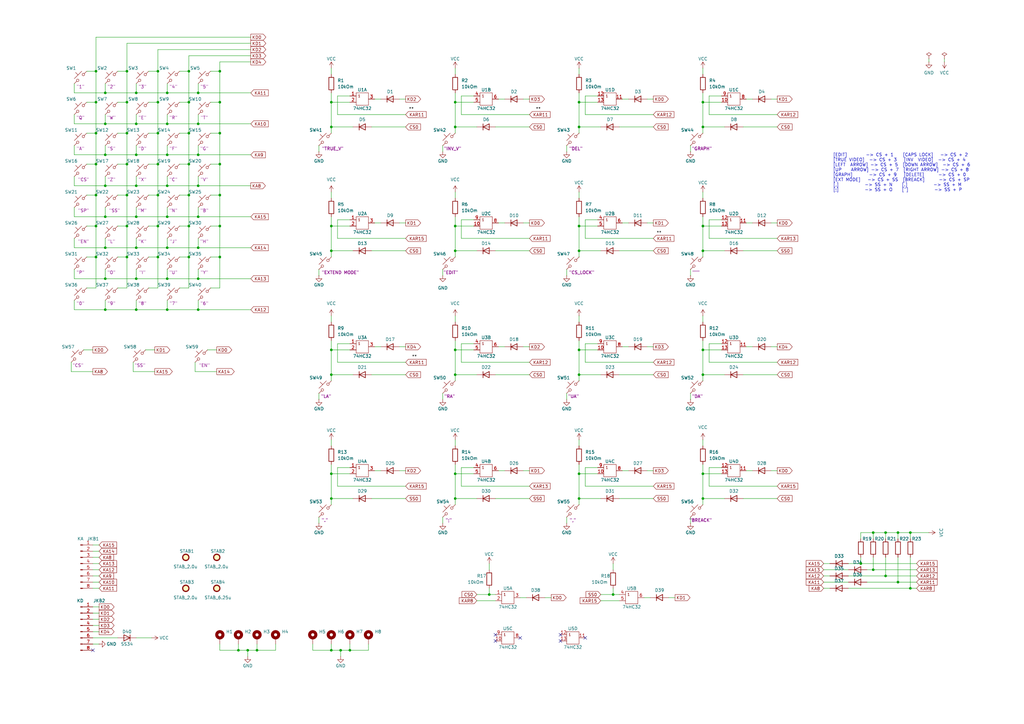
<source format=kicad_sch>
(kicad_sch (version 20231120) (generator "eeschema") (generator_version "8.0")
  (paper "A3")
  (junction (at 64.77 92.71))
  (junction (at 251.46 243.84))
  (junction (at 68.58 114.3))
  (junction (at 68.58 38.1))
  (junction (at 55.88 127))
  (junction (at 288.29 143.51))
  (junction (at 81.28 38.1))
  (junction (at 52.07 41.91))
  (junction (at 52.07 80.01))
  (junction (at 64.77 29.21))
  (junction (at 77.47 92.71))
  (junction (at 55.88 114.3))
  (junction (at 288.29 102.87))
  (junction (at 64.77 54.61))
  (junction (at 288.29 194.31))
  (junction (at 39.37 92.71))
  (junction (at 90.17 105.41))
  (junction (at 39.37 54.61))
  (junction (at 64.77 80.01))
  (junction (at 288.29 52.07))
  (junction (at 90.17 80.01))
  (junction (at 64.77 41.91))
  (junction (at 52.07 67.31))
  (junction (at 81.28 88.9))
  (junction (at 55.88 38.1))
  (junction (at 186.69 52.07))
  (junction (at 43.18 127))
  (junction (at 39.37 67.31))
  (junction (at 43.18 88.9))
  (junction (at 373.38 218.44))
  (junction (at 90.17 29.21))
  (junction (at 43.18 76.2))
  (junction (at 68.58 101.6))
  (junction (at 186.69 143.51))
  (junction (at 64.77 67.31))
  (junction (at 55.88 101.6))
  (junction (at 68.58 76.2))
  (junction (at 77.47 80.01))
  (junction (at 77.47 54.61))
  (junction (at 64.77 105.41))
  (junction (at 105.41 266.7))
  (junction (at 368.3 218.44))
  (junction (at 237.49 52.07))
  (junction (at 135.89 41.91))
  (junction (at 55.88 76.2))
  (junction (at 186.69 92.71))
  (junction (at 237.49 102.87))
  (junction (at 135.89 194.31))
  (junction (at 135.89 92.71))
  (junction (at 186.69 153.67))
  (junction (at 81.28 76.2))
  (junction (at 363.22 218.44))
  (junction (at 68.58 127))
  (junction (at 288.29 41.91))
  (junction (at 55.88 63.5))
  (junction (at 81.28 50.8))
  (junction (at 186.69 194.31))
  (junction (at 90.17 92.71))
  (junction (at 135.89 143.51))
  (junction (at 55.88 50.8))
  (junction (at 43.18 63.5))
  (junction (at 139.7 266.7))
  (junction (at 39.37 41.91))
  (junction (at 68.58 50.8))
  (junction (at 135.89 266.7))
  (junction (at 288.29 92.71))
  (junction (at 363.22 236.22))
  (junction (at 90.17 54.61))
  (junction (at 43.18 101.6))
  (junction (at 39.37 105.41))
  (junction (at 237.49 143.51))
  (junction (at 358.14 233.68))
  (junction (at 43.18 114.3))
  (junction (at 135.89 102.87))
  (junction (at 39.37 80.01))
  (junction (at 135.89 204.47))
  (junction (at 373.38 241.3))
  (junction (at 55.88 88.9))
  (junction (at 81.28 63.5))
  (junction (at 186.69 204.47))
  (junction (at 186.69 102.87))
  (junction (at 143.51 266.7))
  (junction (at 288.29 153.67))
  (junction (at 77.47 29.21))
  (junction (at 43.18 50.8))
  (junction (at 135.89 52.07))
  (junction (at 97.79 266.7))
  (junction (at 237.49 153.67))
  (junction (at 368.3 238.76))
  (junction (at 237.49 194.31))
  (junction (at 90.17 67.31))
  (junction (at 77.47 41.91))
  (junction (at 68.58 88.9))
  (junction (at 52.07 54.61))
  (junction (at 81.28 114.3))
  (junction (at 237.49 92.71))
  (junction (at 237.49 204.47))
  (junction (at 90.17 41.91))
  (junction (at 52.07 105.41))
  (junction (at 135.89 153.67))
  (junction (at 358.14 218.44))
  (junction (at 52.07 92.71))
  (junction (at 186.69 41.91))
  (junction (at 77.47 105.41))
  (junction (at 101.6 266.7))
  (junction (at 200.66 243.84))
  (junction (at 81.28 101.6))
  (junction (at 68.58 63.5))
  (junction (at 39.37 29.21))
  (junction (at 52.07 29.21))
  (junction (at 353.06 231.14))
  (junction (at 288.29 204.47))
  (junction (at 81.28 127))
  (junction (at 77.47 67.31))
  (junction (at 43.18 38.1))
  (junction (at 237.49 41.91))
  (no_connect (at 229.87 260.35))
  (no_connect (at 38.1 266.7))
  (no_connect (at 240.03 261.62))
  (no_connect (at 203.2 260.35))
  (no_connect (at 229.87 262.89))
  (no_connect (at 213.36 261.62))
  (no_connect (at 203.2 262.89))
  (wire (pts (xy 35.56 54.61) (xy 39.37 54.61)))
  (wire (pts (xy 48.26 92.71) (xy 52.07 92.71)))
  (wire (pts (xy 43.18 110.49) (xy 43.18 114.3)))
  (wire (pts (xy 347.98 241.3) (xy 373.38 241.3)))
  (wire (pts (xy 246.38 153.67) (xy 237.49 153.67)))
  (wire (pts (xy 81.28 63.5) (xy 81.28 59.69)))
  (wire (pts (xy 40.64 233.68) (xy 38.1 233.68)))
  (wire (pts (xy 90.17 54.61) (xy 90.17 41.91)))
  (wire (pts (xy 43.18 123.19) (xy 43.18 127)))
  (wire (pts (xy 306.07 193.04) (xy 308.61 193.04)))
  (wire (pts (xy 347.98 231.14) (xy 353.06 231.14)))
  (wire (pts (xy 283.21 59.69) (xy 283.21 62.23)))
  (wire (pts (xy 186.69 143.51) (xy 194.31 143.51)))
  (wire (pts (xy 55.88 127) (xy 68.58 127)))
  (wire (pts (xy 288.29 27.94) (xy 288.29 30.48)))
  (wire (pts (xy 138.43 191.77) (xy 138.43 199.39)))
  (wire (pts (xy 77.47 92.71) (xy 77.47 80.01)))
  (wire (pts (xy 30.48 46.99) (xy 30.48 50.8)))
  (wire (pts (xy 135.89 41.91) (xy 135.89 52.07)))
  (wire (pts (xy 135.89 78.74) (xy 135.89 81.28)))
  (wire (pts (xy 200.66 231.14) (xy 200.66 233.68)))
  (wire (pts (xy 77.47 67.31) (xy 77.47 54.61)))
  (wire (pts (xy 64.77 67.31) (xy 64.77 80.01)))
  (wire (pts (xy 135.89 132.08) (xy 135.89 129.54)))
  (wire (pts (xy 68.58 85.09) (xy 68.58 88.9)))
  (wire (pts (xy 81.28 76.2) (xy 102.87 76.2)))
  (wire (pts (xy 363.22 236.22) (xy 375.92 236.22)))
  (wire (pts (xy 306.07 142.24) (xy 308.61 142.24)))
  (wire (pts (xy 163.83 91.44) (xy 166.37 91.44)))
  (wire (pts (xy 39.37 41.91) (xy 39.37 29.21)))
  (wire (pts (xy 43.18 50.8) (xy 55.88 50.8)))
  (wire (pts (xy 353.06 218.44) (xy 353.06 220.98)))
  (wire (pts (xy 283.21 110.49) (xy 283.21 113.03)))
  (wire (pts (xy 39.37 118.11) (xy 39.37 105.41)))
  (wire (pts (xy 194.31 39.37) (xy 189.23 39.37)))
  (wire (pts (xy 288.29 143.51) (xy 295.91 143.51)))
  (wire (pts (xy 64.77 20.32) (xy 102.87 20.32)))
  (wire (pts (xy 304.8 153.67) (xy 318.77 153.67)))
  (wire (pts (xy 237.49 153.67) (xy 237.49 156.21)))
  (wire (pts (xy 55.88 123.19) (xy 55.88 127)))
  (wire (pts (xy 387.35 24.13) (xy 387.35 25.4)))
  (wire (pts (xy 297.18 102.87) (xy 288.29 102.87)))
  (wire (pts (xy 255.27 91.44) (xy 257.81 91.44)))
  (wire (pts (xy 186.69 27.94) (xy 186.69 30.48)))
  (wire (pts (xy 52.07 17.78) (xy 102.87 17.78)))
  (wire (pts (xy 59.69 143.51) (xy 63.5 143.51)))
  (wire (pts (xy 90.17 105.41) (xy 90.17 92.71)))
  (wire (pts (xy 86.36 80.01) (xy 90.17 80.01)))
  (wire (pts (xy 237.49 194.31) (xy 237.49 204.47)))
  (wire (pts (xy 152.4 153.67) (xy 166.37 153.67)))
  (wire (pts (xy 55.88 88.9) (xy 68.58 88.9)))
  (wire (pts (xy 85.09 143.51) (xy 88.9 143.51)))
  (wire (pts (xy 130.81 59.69) (xy 130.81 62.23)))
  (wire (pts (xy 90.17 266.7) (xy 97.79 266.7)))
  (wire (pts (xy 240.03 90.17) (xy 240.03 97.79)))
  (wire (pts (xy 237.49 194.31) (xy 245.11 194.31)))
  (wire (pts (xy 35.56 67.31) (xy 39.37 67.31)))
  (wire (pts (xy 353.06 218.44) (xy 358.14 218.44)))
  (wire (pts (xy 143.51 266.7) (xy 151.13 266.7)))
  (wire (pts (xy 203.2 52.07) (xy 217.17 52.07)))
  (wire (pts (xy 55.88 63.5) (xy 68.58 63.5)))
  (wire (pts (xy 138.43 46.99) (xy 166.37 46.99)))
  (wire (pts (xy 245.11 191.77) (xy 240.03 191.77)))
  (wire (pts (xy 81.28 127) (xy 81.28 123.19)))
  (wire (pts (xy 240.03 148.59) (xy 267.97 148.59)))
  (wire (pts (xy 135.89 264.16) (xy 135.89 266.7)))
  (wire (pts (xy 288.29 139.7) (xy 288.29 143.51)))
  (wire (pts (xy 304.8 102.87) (xy 318.77 102.87)))
  (wire (pts (xy 255.27 142.24) (xy 257.81 142.24)))
  (wire (pts (xy 355.6 238.76) (xy 368.3 238.76)))
  (wire (pts (xy 195.58 204.47) (xy 186.69 204.47)))
  (wire (pts (xy 237.49 190.5) (xy 237.49 194.31)))
  (wire (pts (xy 64.77 80.01) (xy 64.77 92.71)))
  (wire (pts (xy 60.96 54.61) (xy 64.77 54.61)))
  (wire (pts (xy 130.81 212.09) (xy 130.81 214.63)))
  (wire (pts (xy 68.58 101.6) (xy 81.28 101.6)))
  (wire (pts (xy 77.47 41.91) (xy 77.47 29.21)))
  (wire (pts (xy 30.48 114.3) (xy 43.18 114.3)))
  (wire (pts (xy 55.88 72.39) (xy 55.88 76.2)))
  (wire (pts (xy 135.89 88.9) (xy 135.89 92.71)))
  (wire (pts (xy 135.89 92.71) (xy 135.89 102.87)))
  (wire (pts (xy 73.66 67.31) (xy 77.47 67.31)))
  (wire (pts (xy 251.46 243.84) (xy 254 243.84)))
  (wire (pts (xy 68.58 88.9) (xy 81.28 88.9)))
  (wire (pts (xy 43.18 85.09) (xy 43.18 88.9)))
  (wire (pts (xy 254 204.47) (xy 267.97 204.47)))
  (wire (pts (xy 55.88 46.99) (xy 55.88 50.8)))
  (wire (pts (xy 55.88 38.1) (xy 68.58 38.1)))
  (wire (pts (xy 73.66 105.41) (xy 77.47 105.41)))
  (wire (pts (xy 288.29 129.54) (xy 288.29 132.08)))
  (wire (pts (xy 189.23 97.79) (xy 217.17 97.79)))
  (wire (pts (xy 135.89 204.47) (xy 135.89 207.01)))
  (wire (pts (xy 40.64 226.06) (xy 38.1 226.06)))
  (wire (pts (xy 186.69 88.9) (xy 186.69 92.71)))
  (wire (pts (xy 240.03 46.99) (xy 267.97 46.99)))
  (wire (pts (xy 48.26 80.01) (xy 52.07 80.01)))
  (wire (pts (xy 30.48 127) (xy 43.18 127)))
  (wire (pts (xy 73.66 29.21) (xy 77.47 29.21)))
  (wire (pts (xy 60.96 105.41) (xy 64.77 105.41)))
  (wire (pts (xy 144.78 153.67) (xy 135.89 153.67)))
  (wire (pts (xy 40.64 254) (xy 38.1 254)))
  (wire (pts (xy 240.03 97.79) (xy 267.97 97.79)))
  (wire (pts (xy 288.29 182.88) (xy 288.29 180.34)))
  (wire (pts (xy 55.88 50.8) (xy 68.58 50.8)))
  (wire (pts (xy 186.69 153.67) (xy 186.69 156.21)))
  (wire (pts (xy 128.27 264.16) (xy 128.27 266.7)))
  (wire (pts (xy 181.61 110.49) (xy 181.61 113.03)))
  (wire (pts (xy 213.36 245.11) (xy 215.9 245.11)))
  (wire (pts (xy 306.07 40.64) (xy 308.61 40.64)))
  (wire (pts (xy 237.49 78.74) (xy 237.49 81.28)))
  (wire (pts (xy 288.29 194.31) (xy 295.91 194.31)))
  (wire (pts (xy 240.03 191.77) (xy 240.03 199.39)))
  (wire (pts (xy 81.28 101.6) (xy 102.87 101.6)))
  (wire (pts (xy 363.22 228.6) (xy 363.22 236.22)))
  (wire (pts (xy 283.21 161.29) (xy 283.21 163.83)))
  (wire (pts (xy 237.49 92.71) (xy 245.11 92.71)))
  (wire (pts (xy 214.63 142.24) (xy 217.17 142.24)))
  (wire (pts (xy 81.28 101.6) (xy 81.28 97.79)))
  (wire (pts (xy 237.49 27.94) (xy 237.49 30.48)))
  (wire (pts (xy 195.58 246.38) (xy 203.2 246.38)))
  (wire (pts (xy 30.48 123.19) (xy 30.48 127)))
  (wire (pts (xy 237.49 204.47) (xy 237.49 207.01)))
  (wire (pts (xy 316.23 40.64) (xy 318.77 40.64)))
  (wire (pts (xy 43.18 59.69) (xy 43.18 63.5)))
  (wire (pts (xy 337.82 238.76) (xy 347.98 238.76)))
  (wire (pts (xy 86.36 92.71) (xy 90.17 92.71)))
  (wire (pts (xy 64.77 92.71) (xy 64.77 105.41)))
  (wire (pts (xy 246.38 246.38) (xy 254 246.38)))
  (wire (pts (xy 337.82 236.22) (xy 340.36 236.22)))
  (wire (pts (xy 64.77 105.41) (xy 64.77 118.11)))
  (wire (pts (xy 237.49 38.1) (xy 237.49 41.91)))
  (wire (pts (xy 86.36 29.21) (xy 90.17 29.21)))
  (wire (pts (xy 186.69 194.31) (xy 194.31 194.31)))
  (wire (pts (xy 143.51 264.16) (xy 143.51 266.7)))
  (wire (pts (xy 68.58 127) (xy 81.28 127)))
  (wire (pts (xy 40.64 248.92) (xy 38.1 248.92)))
  (wire (pts (xy 60.96 80.01) (xy 64.77 80.01)))
  (wire (pts (xy 143.51 39.37) (xy 138.43 39.37)))
  (wire (pts (xy 288.29 92.71) (xy 295.91 92.71)))
  (wire (pts (xy 30.48 50.8) (xy 43.18 50.8)))
  (wire (pts (xy 240.03 199.39) (xy 267.97 199.39)))
  (wire (pts (xy 52.07 92.71) (xy 52.07 105.41)))
  (wire (pts (xy 39.37 15.24) (xy 102.87 15.24)))
  (wire (pts (xy 135.89 180.34) (xy 135.89 182.88)))
  (wire (pts (xy 246.38 102.87) (xy 237.49 102.87)))
  (wire (pts (xy 64.77 54.61) (xy 64.77 67.31)))
  (wire (pts (xy 214.63 193.04) (xy 217.17 193.04)))
  (wire (pts (xy 295.91 140.97) (xy 290.83 140.97)))
  (wire (pts (xy 153.67 142.24) (xy 156.21 142.24)))
  (wire (pts (xy 152.4 102.87) (xy 166.37 102.87)))
  (wire (pts (xy 297.18 204.47) (xy 288.29 204.47)))
  (wire (pts (xy 48.26 54.61) (xy 52.07 54.61)))
  (wire (pts (xy 203.2 153.67) (xy 217.17 153.67)))
  (wire (pts (xy 48.26 118.11) (xy 52.07 118.11)))
  (wire (pts (xy 283.21 212.09) (xy 283.21 214.63)))
  (wire (pts (xy 139.7 266.7) (xy 143.51 266.7)))
  (wire (pts (xy 90.17 264.16) (xy 90.17 266.7)))
  (wire (pts (xy 135.89 52.07) (xy 144.78 52.07)))
  (wire (pts (xy 290.83 90.17) (xy 290.83 97.79)))
  (wire (pts (xy 81.28 114.3) (xy 81.28 110.49)))
  (wire (pts (xy 255.27 40.64) (xy 257.81 40.64)))
  (wire (pts (xy 163.83 142.24) (xy 166.37 142.24)))
  (wire (pts (xy 81.28 38.1) (xy 102.87 38.1)))
  (wire (pts (xy 347.98 236.22) (xy 363.22 236.22)))
  (wire (pts (xy 186.69 52.07) (xy 186.69 54.61)))
  (wire (pts (xy 105.41 264.16) (xy 105.41 266.7)))
  (wire (pts (xy 288.29 204.47) (xy 288.29 207.01)))
  (wire (pts (xy 48.26 41.91) (xy 52.07 41.91)))
  (wire (pts (xy 43.18 38.1) (xy 55.88 38.1)))
  (wire (pts (xy 189.23 191.77) (xy 189.23 199.39)))
  (wire (pts (xy 77.47 118.11) (xy 77.47 105.41)))
  (wire (pts (xy 337.82 231.14) (xy 340.36 231.14)))
  (wire (pts (xy 274.32 245.11) (xy 276.86 245.11)))
  (wire (pts (xy 39.37 92.71) (xy 39.37 80.01)))
  (wire (pts (xy 135.89 92.71) (xy 143.51 92.71)))
  (wire (pts (xy 186.69 41.91) (xy 194.31 41.91)))
  (wire (pts (xy 55.88 34.29) (xy 55.88 38.1)))
  (wire (pts (xy 138.43 199.39) (xy 166.37 199.39)))
  (wire (pts (xy 237.49 102.87) (xy 237.49 105.41)))
  (wire (pts (xy 373.38 241.3) (xy 375.92 241.3)))
  (wire (pts (xy 189.23 39.37) (xy 189.23 46.99)))
  (wire (pts (xy 130.81 110.49) (xy 130.81 113.03)))
  (wire (pts (xy 73.66 54.61) (xy 77.47 54.61)))
  (wire (pts (xy 135.89 38.1) (xy 135.89 41.91)))
  (wire (pts (xy 304.8 52.07) (xy 318.77 52.07)))
  (wire (pts (xy 368.3 218.44) (xy 368.3 220.98)))
  (wire (pts (xy 194.31 191.77) (xy 189.23 191.77)))
  (wire (pts (xy 288.29 194.31) (xy 288.29 204.47)))
  (wire (pts (xy 223.52 245.11) (xy 226.06 245.11)))
  (wire (pts (xy 186.69 38.1) (xy 186.69 41.91)))
  (wire (pts (xy 316.23 142.24) (xy 318.77 142.24)))
  (wire (pts (xy 81.28 127) (xy 102.87 127)))
  (wire (pts (xy 186.69 92.71) (xy 186.69 102.87)))
  (wire (pts (xy 81.28 76.2) (xy 81.28 72.39)))
  (wire (pts (xy 113.03 264.16) (xy 113.03 266.7)))
  (wire (pts (xy 265.43 40.64) (xy 267.97 40.64)))
  (wire (pts (xy 64.77 29.21) (xy 64.77 20.32)))
  (wire (pts (xy 355.6 233.68) (xy 358.14 233.68)))
  (wire (pts (xy 288.29 143.51) (xy 288.29 153.67)))
  (wire (pts (xy 152.4 52.07) (xy 166.37 52.07)))
  (wire (pts (xy 52.07 80.01) (xy 52.07 92.71)))
  (wire (pts (xy 245.11 140.97) (xy 240.03 140.97)))
  (wire (pts (xy 68.58 97.79) (xy 68.58 101.6)))
  (wire (pts (xy 81.28 114.3) (xy 102.87 114.3)))
  (wire (pts (xy 48.26 261.62) (xy 38.1 261.62)))
  (wire (pts (xy 237.49 143.51) (xy 237.49 153.67)))
  (wire (pts (xy 203.2 102.87) (xy 217.17 102.87)))
  (wire (pts (xy 55.88 59.69) (xy 55.88 63.5)))
  (wire (pts (xy 288.29 41.91) (xy 295.91 41.91)))
  (wire (pts (xy 52.07 29.21) (xy 52.07 17.78)))
  (wire (pts (xy 77.47 80.01) (xy 77.47 67.31)))
  (wire (pts (xy 55.88 114.3) (xy 68.58 114.3)))
  (wire (pts (xy 128.27 266.7) (xy 135.89 266.7)))
  (wire (pts (xy 143.51 90.17) (xy 138.43 90.17)))
  (wire (pts (xy 186.69 190.5) (xy 186.69 194.31)))
  (wire (pts (xy 68.58 34.29) (xy 68.58 38.1)))
  (wire (pts (xy 52.07 29.21) (xy 52.07 41.91)))
  (wire (pts (xy 153.67 91.44) (xy 156.21 91.44)))
  (wire (pts (xy 35.56 118.11) (xy 39.37 118.11)))
  (wire (pts (xy 73.66 92.71) (xy 77.47 92.71)))
  (wire (pts (xy 232.41 212.09) (xy 232.41 214.63)))
  (wire (pts (xy 138.43 140.97) (xy 138.43 148.59)))
  (wire (pts (xy 60.96 67.31) (xy 64.77 67.31)))
  (wire (pts (xy 265.43 91.44) (xy 267.97 91.44)))
  (wire (pts (xy 189.23 46.99) (xy 217.17 46.99)))
  (wire (pts (xy 251.46 243.84) (xy 246.38 243.84)))
  (wire (pts (xy 186.69 180.34) (xy 186.69 182.88)))
  (wire (pts (xy 368.3 238.76) (xy 375.92 238.76)))
  (wire (pts (xy 30.48 76.2) (xy 43.18 76.2)))
  (wire (pts (xy 35.56 29.21) (xy 39.37 29.21)))
  (wire (pts (xy 368.3 218.44) (xy 373.38 218.44)))
  (wire (pts (xy 35.56 105.41) (xy 39.37 105.41)))
  (wire (pts (xy 135.89 102.87) (xy 135.89 105.41)))
  (wire (pts (xy 245.11 90.17) (xy 240.03 90.17)))
  (wire (pts (xy 363.22 218.44) (xy 363.22 220.98)))
  (wire (pts (xy 290.83 46.99) (xy 318.77 46.99)))
  (wire (pts (xy 288.29 38.1) (xy 288.29 41.91)))
  (wire (pts (xy 86.36 67.31) (xy 90.17 67.31)))
  (wire (pts (xy 35.56 80.01) (xy 39.37 80.01)))
  (wire (pts (xy 48.26 67.31) (xy 52.07 67.31)))
  (wire (pts (xy 237.49 180.34) (xy 237.49 182.88)))
  (wire (pts (xy 237.49 52.07) (xy 237.49 54.61)))
  (wire (pts (xy 48.26 105.41) (xy 52.07 105.41)))
  (wire (pts (xy 181.61 161.29) (xy 181.61 163.83)))
  (wire (pts (xy 81.28 88.9) (xy 81.28 85.09)))
  (wire (pts (xy 254 153.67) (xy 267.97 153.67)))
  (wire (pts (xy 55.88 97.79) (xy 55.88 101.6)))
  (wire (pts (xy 81.28 50.8) (xy 81.28 46.99)))
  (wire (pts (xy 295.91 39.37) (xy 290.83 39.37)))
  (wire (pts (xy 73.66 80.01) (xy 77.47 80.01)))
  (wire (pts (xy 251.46 231.14) (xy 251.46 233.68)))
  (wire (pts (xy 200.66 243.84) (xy 203.2 243.84)))
  (wire (pts (xy 68.58 110.49) (xy 68.58 114.3)))
  (wire (pts (xy 143.51 191.77) (xy 138.43 191.77)))
  (wire (pts (xy 39.37 54.61) (xy 39.37 41.91)))
  (wire (pts (xy 39.37 105.41) (xy 39.37 92.71)))
  (wire (pts (xy 30.48 88.9) (xy 43.18 88.9)))
  (wire (pts (xy 237.49 88.9) (xy 237.49 92.71)))
  (wire (pts (xy 30.48 63.5) (xy 43.18 63.5)))
  (wire (pts (xy 246.38 52.07) (xy 237.49 52.07)))
  (wire (pts (xy 152.4 204.47) (xy 166.37 204.47)))
  (wire (pts (xy 77.47 54.61) (xy 77.47 41.91)))
  (wire (pts (xy 288.29 78.74) (xy 288.29 81.28)))
  (wire (pts (xy 30.48 59.69) (xy 30.48 63.5)))
  (wire (pts (xy 181.61 212.09) (xy 181.61 214.63)))
  (wire (pts (xy 97.79 266.7) (xy 101.6 266.7)))
  (wire (pts (xy 81.28 63.5) (xy 102.87 63.5)))
  (wire (pts (xy 30.48 110.49) (xy 30.48 114.3)))
  (wire (pts (xy 30.48 85.09) (xy 30.48 88.9)))
  (wire (pts (xy 40.64 238.76) (xy 38.1 238.76)))
  (wire (pts (xy 30.48 97.79) (xy 30.48 101.6)))
  (wire (pts (xy 189.23 148.59) (xy 217.17 148.59)))
  (wire (pts (xy 90.17 29.21) (xy 90.17 25.4)))
  (wire (pts (xy 288.29 52.07) (xy 288.29 54.61)))
  (wire (pts (xy 143.51 140.97) (xy 138.43 140.97)))
  (wire (pts (xy 130.81 161.29) (xy 130.81 163.83)))
  (wire (pts (xy 40.64 236.22) (xy 38.1 236.22)))
  (wire (pts (xy 290.83 140.97) (xy 290.83 148.59)))
  (wire (pts (xy 290.83 97.79) (xy 318.77 97.79)))
  (wire (pts (xy 68.58 63.5) (xy 81.28 63.5)))
  (wire (pts (xy 86.36 105.41) (xy 90.17 105.41)))
  (wire (pts (xy 52.07 105.41) (xy 52.07 118.11)))
  (wire (pts (xy 52.07 41.91) (xy 52.07 54.61)))
  (wire (pts (xy 237.49 143.51) (xy 245.11 143.51)))
  (wire (pts (xy 264.16 245.11) (xy 266.7 245.11)))
  (wire (pts (xy 381 24.13) (xy 381 25.4)))
  (wire (pts (xy 135.89 27.94) (xy 135.89 30.48)))
  (wire (pts (xy 68.58 38.1) (xy 81.28 38.1)))
  (wire (pts (xy 203.2 204.47) (xy 217.17 204.47)))
  (wire (pts (xy 194.31 140.97) (xy 189.23 140.97)))
  (wire (pts (xy 373.38 218.44) (xy 381 218.44)))
  (wire (pts (xy 237.49 139.7) (xy 237.49 143.51)))
  (wire (pts (xy 186.69 143.51) (xy 186.69 153.67)))
  (wire (pts (xy 60.96 92.71) (xy 64.77 92.71)))
  (wire (pts (xy 30.48 72.39) (xy 30.48 76.2)))
  (wire (pts (xy 29.21 152.4) (xy 38.1 152.4)))
  (wire (pts (xy 55.88 85.09) (xy 55.88 88.9)))
  (wire (pts (xy 40.64 256.54) (xy 38.1 256.54)))
  (wire (pts (xy 40.64 223.52) (xy 38.1 223.52)))
  (wire (pts (xy 254 52.07) (xy 267.97 52.07)))
  (wire (pts (xy 245.11 39.37) (xy 240.03 39.37)))
  (wire (pts (xy 43.18 63.5) (xy 55.88 63.5)))
  (wire (pts (xy 64.77 29.21) (xy 64.77 41.91)))
  (wire (pts (xy 204.47 40.64) (xy 207.01 40.64)))
  (wire (pts (xy 77.47 22.86) (xy 102.87 22.86)))
  (wire (pts (xy 135.89 143.51) (xy 143.51 143.51)))
  (wire (pts (xy 97.79 264.16) (xy 97.79 266.7)))
  (wire (pts (xy 306.07 91.44) (xy 308.61 91.44)))
  (wire (pts (xy 86.36 118.11) (xy 90.17 118.11)))
  (wire (pts (xy 90.17 41.91) (xy 90.17 29.21)))
  (wire (pts (xy 54.61 152.4) (xy 63.5 152.4)))
  (wire (pts (xy 186.69 194.31) (xy 186.69 204.47)))
  (wire (pts (xy 35.56 41.91) (xy 39.37 41.91)))
  (wire (pts (xy 60.96 29.21) (xy 64.77 29.21)))
  (wire (pts (xy 55.88 110.49) (xy 55.88 114.3)))
  (wire (pts (xy 40.64 231.14) (xy 38.1 231.14)))
  (wire (pts (xy 138.43 97.79) (xy 166.37 97.79)))
  (wire (pts (xy 153.67 40.64) (xy 156.21 40.64)))
  (wire (pts (xy 81.28 88.9) (xy 102.87 88.9)))
  (wire (pts (xy 204.47 193.04) (xy 207.01 193.04)))
  (wire (pts (xy 77.47 105.41) (xy 77.47 92.71)))
  (wire (pts (xy 297.18 52.07) (xy 288.29 52.07)))
  (wire (pts (xy 232.41 59.69) (xy 232.41 62.23)))
  (wire (pts (xy 290.83 191.77) (xy 290.83 199.39)))
  (wire (pts (xy 135.89 153.67) (xy 135.89 156.21)))
  (wire (pts (xy 54.61 148.59) (xy 54.61 152.4)))
  (wire (pts (xy 156.21 193.04) (xy 153.67 193.04)))
  (wire (pts (xy 90.17 118.11) (xy 90.17 105.41)))
  (wire (pts (xy 138.43 39.37) (xy 138.43 46.99)))
  (wire (pts (xy 358.14 233.68) (xy 375.92 233.68)))
  (wire (pts (xy 30.48 34.29) (xy 30.48 38.1)))
  (wire (pts (xy 181.61 59.69) (xy 181.61 62.23)))
  (wire (pts (xy 55.88 76.2) (xy 68.58 76.2)))
  (wire (pts (xy 200.66 243.84) (xy 195.58 243.84)))
  (wire (pts (xy 34.29 143.51) (xy 38.1 143.51)))
  (wire (pts (xy 151.13 264.16) (xy 151.13 266.7)))
  (wire (pts (xy 90.17 25.4) (xy 102.87 25.4)))
  (wire (pts (xy 316.23 91.44) (xy 318.77 91.44)))
  (wire (pts (xy 135.89 41.91) (xy 143.51 41.91)))
  (wire (pts (xy 68.58 72.39) (xy 68.58 76.2)))
  (wire (pts (xy 297.18 153.67) (xy 288.29 153.67)))
  (wire (pts (xy 237.49 129.54) (xy 237.49 132.08)))
  (wire (pts (xy 316.23 193.04) (xy 318.77 193.04)))
  (wire (pts (xy 30.48 38.1) (xy 43.18 38.1)))
  (wire (pts (xy 60.96 41.91) (xy 64.77 41.91)))
  (wire (pts (xy 304.8 204.47) (xy 318.77 204.47)))
  (wire (pts (xy 40.64 241.3) (xy 38.1 241.3)))
  (wire (pts (xy 200.66 241.3) (xy 200.66 243.84)))
  (wire (pts (xy 43.18 114.3) (xy 55.88 114.3)))
  (wire (pts (xy 186.69 204.47) (xy 186.69 207.01)))
  (wire (pts (xy 29.21 148.59) (xy 29.21 152.4)))
  (wire (pts (xy 195.58 102.87) (xy 186.69 102.87)))
  (wire (pts (xy 189.23 140.97) (xy 189.23 148.59)))
  (wire (pts (xy 232.41 110.49) (xy 232.41 113.03)))
  (wire (pts (xy 52.07 67.31) (xy 52.07 80.01)))
  (wire (pts (xy 194.31 90.17) (xy 189.23 90.17)))
  (wire (pts (xy 353.06 228.6) (xy 353.06 231.14)))
  (wire (pts (xy 246.38 204.47) (xy 237.49 204.47)))
  (wire (pts (xy 337.82 241.3) (xy 340.36 241.3)))
  (wire (pts (xy 73.66 118.11) (xy 77.47 118.11)))
  (wire (pts (xy 68.58 46.99) (xy 68.58 50.8)))
  (wire (pts (xy 40.64 264.16) (xy 38.1 264.16)))
  (wire (pts (xy 43.18 72.39) (xy 43.18 76.2)))
  (wire (pts (xy 214.63 40.64) (xy 217.17 40.64)))
  (wire (pts (xy 73.66 41.91) (xy 77.47 41.91)))
  (wire (pts (xy 55.88 101.6) (xy 68.58 101.6)))
  (wire (pts (xy 373.38 218.44) (xy 373.38 220.98)))
  (wire (pts (xy 135.89 143.51) (xy 135.89 153.67)))
  (wire (pts (xy 186.69 78.74) (xy 186.69 81.28)))
  (wire (pts (xy 186.69 129.54) (xy 186.69 132.08)))
  (wire (pts (xy 48.26 29.21) (xy 52.07 29.21)))
  (wire (pts (xy 144.78 204.47) (xy 135.89 204.47)))
  (wire (pts (xy 101.6 266.7) (xy 105.41 266.7)))
  (wire (pts (xy 40.64 228.6) (xy 38.1 228.6)))
  (wire (pts (xy 43.18 88.9) (xy 55.88 88.9)))
  (wire (pts (xy 204.47 91.44) (xy 207.01 91.44)))
  (wire (pts (xy 232.41 161.29) (xy 232.41 163.83)))
  (wire (pts (xy 68.58 59.69) (xy 68.58 63.5)))
  (wire (pts (xy 288.29 92.71) (xy 288.29 102.87)))
  (wire (pts (xy 237.49 41.91) (xy 245.11 41.91)))
  (wire (pts (xy 68.58 76.2) (xy 81.28 76.2)))
  (wire (pts (xy 368.3 228.6) (xy 368.3 238.76)))
  (wire (pts (xy 135.89 52.07) (xy 135.89 54.61)))
  (wire (pts (xy 254 102.87) (xy 267.97 102.87)))
  (wire (pts (xy 237.49 92.71) (xy 237.49 102.87)))
  (wire (pts (xy 68.58 50.8) (xy 81.28 50.8)))
  (wire (pts (xy 237.49 41.91) (xy 237.49 52.07)))
  (wire (pts (xy 86.36 54.61) (xy 90.17 54.61)))
  (wire (pts (xy 138.43 90.17) (xy 138.43 97.79)))
  (wire (pts (xy 189.23 90.17) (xy 189.23 97.79)))
  (wire (pts (xy 80.01 148.59) (xy 80.01 152.4)))
  (wire (pts (xy 135.89 194.31) (xy 143.51 194.31)))
  (wire (pts (xy 43.18 46.99) (xy 43.18 50.8)))
  (wire (pts (xy 288.29 102.87) (xy 288.29 105.41)))
  (wire (pts (xy 288.29 88.9) (xy 288.29 92.71)))
  (wire (pts (xy 337.82 233.68) (xy 347.98 233.68)))
  (wire (pts (xy 135.89 194.31) (xy 135.89 204.47)))
  (wire (pts (xy 138.43 148.59) (xy 166.37 148.59)))
  (wire (pts (xy 86.36 41.91) (xy 90.17 41.91)))
  (wire (pts (xy 353.06 231.14) (xy 375.92 231.14)))
  (wire (pts (xy 265.43 142.24) (xy 267.97 142.24)))
  (wire (pts (xy 90.17 67.31) (xy 90.17 54.61)))
  (wire (pts (xy 62.23 261.62) (xy 55.88 261.62)))
  (wire (pts (xy 39.37 29.21) (xy 39.37 15.24)))
  (wire (pts (xy 295.91 191.77) (xy 290.83 191.77)))
  (wire (pts (xy 43.18 34.29) (xy 43.18 38.1)))
  (wire (pts (xy 358.14 218.44) (xy 358.14 220.98)))
  (wire (pts (xy 60.96 118.11) (xy 64.77 118.11)))
  (wire (pts (xy 363.22 218.44) (xy 368.3 218.44)))
  (wire (pts (xy 295.91 90.17) (xy 290.83 90.17)))
  (wire (pts (xy 186.69 102.87) (xy 186.69 105.41)))
  (wire (pts (xy 39.37 80.01) (xy 39.37 67.31)))
  (wire (pts (xy 77.47 29.21) (xy 77.47 22.86)))
  (wire (pts (xy 80.01 152.4) (xy 88.9 152.4)))
  (wire (pts (xy 135.89 266.7) (xy 139.7 266.7)))
  (wire (pts (xy 64.77 41.91) (xy 64.77 54.61)))
  (wire (pts (xy 43.18 97.79) (xy 43.18 101.6)))
  (wire (pts (xy 189.23 199.39) (xy 217.17 199.39)))
  (wire (pts (xy 40.64 251.46) (xy 38.1 251.46)))
  (wire (pts (xy 186.69 41.91) (xy 186.69 52.07)))
  (wire (pts (xy 39.37 54.61) (xy 39.37 67.31)))
  (wire (pts (xy 68.58 114.3) (xy 81.28 114.3)))
  (wire (pts (xy 186.69 139.7) (xy 186.69 143.51)))
  (wire (pts (xy 105.41 266.7) (xy 113.03 266.7)))
  (wire (pts (xy 240.03 39.37) (xy 240.03 46.99)))
  (wire (pts (xy 135.89 139.7) (xy 135.89 143.51)))
  (wire (pts (xy 265.43 193.04) (xy 267.97 193.04)))
  (wire (pts (xy 204.47 142.24) (xy 207.01 142.24)))
  (wire (pts (xy 288.29 41.91) (xy 288.29 52.07)))
  (wire (pts (xy 290.83 148.59) (xy 318.77 148.59)))
  (wire (pts (xy 186.69 92.71) (xy 194.31 92.71)))
  (wire (pts (xy 240.03 140.97) (xy 240.03 148.59)))
  (wire (pts (xy 195.58 153.67) (xy 186.69 153.67)))
  (wire (pts (xy 163.83 40.64) (xy 166.37 40.64)))
  (wire (pts (xy 101.6 266.7) (xy 101.6 269.24)))
  (wire (pts (xy 43.18 101.6) (xy 55.88 101.6)))
  (wire (pts (xy 30.48 101.6) (xy 43.18 101.6)))
  (wire (pts (xy 251.46 241.3) (xy 251.46 243.84)))
  (wire (pts (xy 288.29 153.67) (xy 288.29 156.21)))
  (wire (pts (xy 68.58 123.19) (xy 68.58 127)))
  (wire (pts (xy 358.14 228.6) (xy 358.14 233.68)))
  (wire (pts (xy 290.83 199.39) (xy 318.77 199.39)))
  (wire (pts (xy 90.17 92.71) (xy 90.17 80.01)))
  (wire (pts (xy 163.83 193.04) (xy 166.37 193.04)))
  (wire (pts (xy 290.83 39.37) (xy 290.83 46.99)))
  (wire (pts (xy 90.17 80.01) (xy 90.17 67.31)))
  (wire (pts (xy 257.81 193.04) (xy 255.27 193.04)))
  (wire (pts (xy 195.58 52.07) (xy 186.69 52.07)))
  (wire (pts (xy 81.28 38.1) (xy 81.28 34.29)))
  (wire (pts (xy 43.18 76.2) (xy 55.88 76.2)))
  (wire (pts (xy 135.89 190.5) (xy 135.89 194.31)))
  (wire (pts (xy 81.28 50.8) (xy 102.87 50.8)))
  (wire (pts (xy 52.07 54.61) (xy 52.07 67.31)))
  (wire (pts (xy 358.14 218.44) (xy 363.22 218.44)))
  (wire (pts (xy 40.64 259.08) (xy 38.1 259.08)))
  (wire (pts (xy 288.29 190.5) (xy 288.29 194.31)))
  (wire (pts (xy 43.18 127) (xy 55.88 127)))
  (wire (pts (xy 35.56 92.71) (xy 39.37 92.71)))
  (wire (pts (xy 139.7 266.7) (xy 139.7 269.24)))
  (wire (pts (xy 214.63 91.44) (xy 217.17 91.44)))
  (wire (pts (xy 144.78 102.87) (xy 135.89 102.87)))
  (wire (pts (xy 373.38 228.6) (xy 373.38 241.3)))
  (text "[EDIT]        -> CS + 1    [CAPS LOCK]   -> CS + 2\n[TRUE VIDEO]  -> CS + 3   [INV  VIDEO]  -> CS + 4\n[LEFT  ARROW] -> CS + 5  [DOWN ARROW]  -> CS + 6\n[UP    ARROW] -> CS + 7  [RIGHT ARROW] -> CS + 8\n[GRAPH]       -> CS + 9   [DELETE]      -> CS + 0\n[EXT MODE]   -> CS + SS  [BREACK]      -> CS + SP\n[,]           -> SS + N    [.]           -> SS + M\n[;]           -> SS + O    [\"]           -> SS + P\n" (at 341.63 78.74 0) (effects (font (size 1.27 1.27)) (justify left bottom)))
  (label "**" (at 168.91 147.32 0))
  (label "**" (at 269.24 96.52 0))
  (label "**" (at 219.71 45.72 0))
  (label "**" (at 167.64 45.72 0))
  (global_label "SS0" (shape input) (at 217.17 204.47 0) (property "Intersheetrefs" "${INTERSHEET_REFS}" (effects (hide yes))))
  (global_label "CS0" (shape input) (at 195.58 243.84 180) (property "Intersheetrefs" "${INTERSHEET_REFS}" (effects (hide yes))))
  (global_label "KD1" (shape output) (at 63.5 143.51 0) (property "Intersheetrefs" "${INTERSHEET_REFS}" (effects (hide yes))))
  (global_label "CS0" (shape input) (at 217.17 153.67 0) (property "Intersheetrefs" "${INTERSHEET_REFS}" (effects (hide yes))))
  (global_label "KAR12" (shape input) (at 318.77 46.99 0) (property "Intersheetrefs" "${INTERSHEET_REFS}" (effects (hide yes))))
  (global_label "KAR8" (shape input) (at 375.92 241.3 0) (property "Intersheetrefs" "${INTERSHEET_REFS}" (effects (hide yes))))
  (global_label "KD1" (shape output) (at 267.97 91.44 0) (property "Intersheetrefs" "${INTERSHEET_REFS}" (effects (hide yes))))
  (global_label "KA15" (shape output) (at 63.5 152.4 0) (property "Intersheetrefs" "${INTERSHEET_REFS}" (effects (hide yes))))
  (global_label "KD2" (shape output) (at 166.37 40.64 0) (property "Intersheetrefs" "${INTERSHEET_REFS}" (effects (hide yes))))
  (global_label "KA15" (shape input) (at 102.87 88.9 0) (property "Intersheetrefs" "${INTERSHEET_REFS}" (effects (hide yes))))
  (global_label "CS0" (shape input) (at 267.97 52.07 0) (property "Intersheetrefs" "${INTERSHEET_REFS}" (effects (hide yes))))
  (global_label "KD2" (shape output) (at 102.87 20.32 0) (property "Intersheetrefs" "${INTERSHEET_REFS}" (effects (hide yes))))
  (global_label "KD0" (shape output) (at 38.1 143.51 0) (property "Intersheetrefs" "${INTERSHEET_REFS}" (effects (hide yes))))
  (global_label "KD1" (shape output) (at 318.77 40.64 0) (property "Intersheetrefs" "${INTERSHEET_REFS}" (effects (hide yes))))
  (global_label "KAR13" (shape input) (at 217.17 199.39 0) (property "Intersheetrefs" "${INTERSHEET_REFS}" (effects (hide yes))))
  (global_label "KD1" (shape output) (at 166.37 91.44 0) (property "Intersheetrefs" "${INTERSHEET_REFS}" (effects (hide yes))))
  (global_label "KAR11" (shape input) (at 375.92 238.76 0) (property "Intersheetrefs" "${INTERSHEET_REFS}" (effects (hide yes))))
  (global_label "SS0" (shape input) (at 166.37 204.47 0) (property "Intersheetrefs" "${INTERSHEET_REFS}" (effects (hide yes))))
  (global_label "KD0" (shape output) (at 318.77 91.44 0) (property "Intersheetrefs" "${INTERSHEET_REFS}" (effects (hide yes))))
  (global_label "KAR12" (shape input) (at 267.97 46.99 0) (property "Intersheetrefs" "${INTERSHEET_REFS}" (effects (hide yes))))
  (global_label "KAR15" (shape input) (at 267.97 199.39 0) (property "Intersheetrefs" "${INTERSHEET_REFS}" (effects (hide yes))))
  (global_label "KAR11" (shape input) (at 166.37 46.99 0) (property "Intersheetrefs" "${INTERSHEET_REFS}" (effects (hide yes))))
  (global_label "KAR12" (shape input) (at 318.77 148.59 0) (property "Intersheetrefs" "${INTERSHEET_REFS}" (effects (hide yes))))
  (global_label "SS0" (shape input) (at 267.97 204.47 0) (property "Intersheetrefs" "${INTERSHEET_REFS}" (effects (hide yes))))
  (global_label "KA8" (shape input) (at 337.82 241.3 180) (property "Intersheetrefs" "${INTERSHEET_REFS}" (effects (hide yes))))
  (global_label "CS0" (shape input) (at 318.77 52.07 0) (property "Intersheetrefs" "${INTERSHEET_REFS}" (effects (hide yes))))
  (global_label "KA9" (shape input) (at 40.64 236.22 0) (property "Intersheetrefs" "${INTERSHEET_REFS}" (effects (hide yes))))
  (global_label "KD0" (shape output) (at 217.17 91.44 0) (property "Intersheetrefs" "${INTERSHEET_REFS}" (effects (hide yes))))
  (global_label "KA8" (shape output) (at 38.1 152.4 0) (property "Intersheetrefs" "${INTERSHEET_REFS}" (effects (hide yes))))
  (global_label "CS0" (shape input) (at 318.77 204.47 0) (property "Intersheetrefs" "${INTERSHEET_REFS}" (effects (hide yes))))
  (global_label "KA10" (shape input) (at 102.87 50.8 0) (property "Intersheetrefs" "${INTERSHEET_REFS}" (effects (hide yes))))
  (global_label "KD2" (shape output) (at 166.37 193.04 0) (property "Intersheetrefs" "${INTERSHEET_REFS}" (effects (hide yes))))
  (global_label "KA8" (shape input) (at 40.64 228.6 0) (property "Intersheetrefs" "${INTERSHEET_REFS}" (effects (hide yes))))
  (global_label "KAR8" (shape input) (at 195.58 246.38 180) (property "Intersheetrefs" "${INTERSHEET_REFS}" (effects (hide yes))))
  (global_label "KA14" (shape output) (at 88.9 152.4 0) (property "Intersheetrefs" "${INTERSHEET_REFS}" (effects (hide yes))))
  (global_label "KD1" (shape output) (at 217.17 193.04 0) (property "Intersheetrefs" "${INTERSHEET_REFS}" (effects (hide yes))))
  (global_label "KA12" (shape input) (at 337.82 236.22 180) (property "Intersheetrefs" "${INTERSHEET_REFS}" (effects (hide yes))))
  (global_label "KD4" (shape output) (at 40.64 259.08 0) (property "Intersheetrefs" "${INTERSHEET_REFS}" (effects (hide yes))))
  (global_label "SS0" (shape input) (at 246.38 243.84 180) (property "Intersheetrefs" "${INTERSHEET_REFS}" (effects (hide yes))))
  (global_label "KAR11" (shape input) (at 166.37 148.59 0) (property "Intersheetrefs" "${INTERSHEET_REFS}" (effects (hide yes))))
  (global_label "KD0" (shape output) (at 226.06 245.11 0) (property "Intersheetrefs" "${INTERSHEET_REFS}" (effects (hide yes))))
  (global_label "KA10" (shape input) (at 40.64 238.76 0) (property "Intersheetrefs" "${INTERSHEET_REFS}" (effects (hide yes))))
  (global_label "CS0" (shape input) (at 166.37 102.87 0) (property "Intersheetrefs" "${INTERSHEET_REFS}" (effects (hide yes))))
  (global_label "KD3" (shape output) (at 102.87 22.86 0) (property "Intersheetrefs" "${INTERSHEET_REFS}" (effects (hide yes))))
  (global_label "KAR13" (shape input) (at 375.92 233.68 0) (property "Intersheetrefs" "${INTERSHEET_REFS}" (effects (hide yes))))
  (global_label "KAR15" (shape input) (at 375.92 231.14 0) (property "Intersheetrefs" "${INTERSHEET_REFS}" (effects (hide yes))))
  (global_label "KA15" (shape input) (at 337.82 231.14 180) (property "Intersheetrefs" "${INTERSHEET_REFS}" (effects (hide yes))))
  (global_label "KD0" (shape output) (at 102.87 15.24 0) (property "Intersheetrefs" "${INTERSHEET_REFS}" (effects (hide yes))))
  (global_label "KD4" (shape output) (at 318.77 142.24 0) (property "Intersheetrefs" "${INTERSHEET_REFS}" (effects (hide yes))))
  (global_label "KAR11" (shape input) (at 217.17 97.79 0) (property "Intersheetrefs" "${INTERSHEET_REFS}" (effects (hide yes))))
  (global_label "KD3" (shape output) (at 267.97 193.04 0) (property "Intersheetrefs" "${INTERSHEET_REFS}" (effects (hide yes))))
  (global_label "KD4" (shape output) (at 102.87 25.4 0) (property "Intersheetrefs" "${INTERSHEET_REFS}" (effects (hide yes))))
  (global_label "KAR11" (shape input) (at 267.97 97.79 0) (property "Intersheetrefs" "${INTERSHEET_REFS}" (effects (hide yes))))
  (global_label "KD1" (shape output) (at 40.64 251.46 0) (property "Intersheetrefs" "${INTERSHEET_REFS}" (effects (hide yes))))
  (global_label "KAR12" (shape input) (at 267.97 148.59 0) (property "Intersheetrefs" "${INTERSHEET_REFS}" (effects (hide yes))))
  (global_label "KD3" (shape output) (at 217.17 40.64 0) (property "Intersheetrefs" "${INTERSHEET_REFS}" (effects (hide yes))))
  (global_label "KD2" (shape output) (at 40.64 254 0) (property "Intersheetrefs" "${INTERSHEET_REFS}" (effects (hide yes))))
  (global_label "KD3" (shape output) (at 40.64 256.54 0) (property "Intersheetrefs" "${INTERSHEET_REFS}" (effects (hide yes))))
  (global_label "KAR15" (shape input) (at 166.37 97.79 0) (property "Intersheetrefs" "${INTERSHEET_REFS}" (effects (hide yes))))
  (global_label "KD1" (shape output) (at 102.87 17.78 0) (property "Intersheetrefs" "${INTERSHEET_REFS}" (effects (hide yes))))
  (global_label "CS0" (shape input) (at 267.97 102.87 0) (property "Intersheetrefs" "${INTERSHEET_REFS}" (effects (hide yes))))
  (global_label "KA13" (shape input) (at 102.87 114.3 0) (property "Intersheetrefs" "${INTERSHEET_REFS}" (effects (hide yes))))
  (global_label "KA11" (shape input) (at 102.87 38.1 0) (property "Intersheetrefs" "${INTERSHEET_REFS}" (effects (hide yes))))
  (global_label "CS0" (shape input) (at 217.17 102.87 0) (property "Intersheetrefs" "${INTERSHEET_REFS}" (effects (hide yes))))
  (global_label "KA11" (shape input) (at 40.64 241.3 0) (property "Intersheetrefs" "${INTERSHEET_REFS}" (effects (hide yes))))
  (global_label "KD3" (shape output) (at 267.97 142.24 0) (property "Intersheetrefs" "${INTERSHEET_REFS}" (effects (hide yes))))
  (global_label "KA8" (shape output) (at 102.87 76.2 0) (property "Intersheetrefs" "${INTERSHEET_REFS}" (effects (hide yes))))
  (global_label "KAR12" (shape input) (at 217.17 148.59 0) (property "Intersheetrefs" "${INTERSHEET_REFS}" (effects (hide yes))))
  (global_label "KA12" (shape input) (at 40.64 233.68 0) (property "Intersheetrefs" "${INTERSHEET_REFS}" (effects (hide yes))))
  (global_label "KAR15" (shape input) (at 166.37 199.39 0) (property "Intersheetrefs" "${INTERSHEET_REFS}" (effects (hide yes))))
  (global_label "KD0" (shape output) (at 88.9 143.51 0) (property "Intersheetrefs" "${INTERSHEET_REFS}" (effects (hide yes))))
  (global_label "CS0" (shape input) (at 267.97 153.67 0) (property "Intersheetrefs" "${INTERSHEET_REFS}" (effects (hide yes))))
  (global_label "KA12" (shape input) (at 102.87 127 0) (property "Intersheetrefs" "${INTERSHEET_REFS}" (effects (hide yes))))
  (global_label "KAR15" (shape input) (at 246.38 246.38 180) (property "Intersheetrefs" "${INTERSHEET_REFS}" (effects (hide yes))))
  (global_label "CS0" (shape input) (at 166.37 153.67 0) (property "Intersheetrefs" "${INTERSHEET_REFS}" (effects (hide yes))))
  (global_label "KA9" (shape input) (at 102.87 63.5 0) (property "Intersheetrefs" "${INTERSHEET_REFS}" (effects (hide yes))))
  (global_label "KA14" (shape input) (at 102.87 101.6 0) (property "Intersheetrefs" "${INTERSHEET_REFS}" (effects (hide yes))))
  (global_label "KD0" (shape output) (at 40.64 248.92 0) (property "Intersheetrefs" "${INTERSHEET_REFS}" (effects (hide yes))))
  (global_label "KA13" (shape input) (at 40.64 231.14 0) (property "Intersheetrefs" "${INTERSHEET_REFS}" (effects (hide yes))))
  (global_label "KD2" (shape output) (at 217.17 142.24 0) (property "Intersheetrefs" "${INTERSHEET_REFS}" (effects (hide yes))))
  (global_label "KA11" (shape input) (at 337.82 238.76 180) (property "Intersheetrefs" "${INTERSHEET_REFS}" (effects (hide yes))))
  (global_label "KD1" (shape output) (at 276.86 245.11 0) (property "Intersheetrefs" "${INTERSHEET_REFS}" (effects (hide yes))))
  (global_label "KAR11" (shape input) (at 217.17 46.99 0) (property "Intersheetrefs" "${INTERSHEET_REFS}" (effects (hide yes))))
  (global_label "KA13" (shape input) (at 337.82 233.68 180) (property "Intersheetrefs" "${INTERSHEET_REFS}" (effects (hide yes))))
  (global_label "KD0" (shape output) (at 318.77 193.04 0) (property "Intersheetrefs" "${INTERSHEET_REFS}" (effects (hide yes))))
  (global_label "KA14" (shape input) (at 40.64 226.06 0) (property "Intersheetrefs" "${INTERSHEET_REFS}" (effects (hide yes))))
  (global_label "KD0" (shape output) (at 267.97 40.64 0) (property "Intersheetrefs" "${INTERSHEET_REFS}" (effects (hide yes))))
  (global_label "KD4" (shape output) (at 166.37 142.24 0) (property "Intersheetrefs" "${INTERSHEET_REFS}" (effects (hide yes))))
  (global_label "KAR15" (shape input) (at 318.77 199.39 0) (property "Intersheetrefs" "${INTERSHEET_REFS}" (effects (hide yes))))
  (global_label "KA15" (shape input) (at 40.64 223.52 0) (property "Intersheetrefs" "${INTERSHEET_REFS}" (effects (hide yes))))
  (global_label "CS0" (shape input) (at 166.37 52.07 0) (property "Intersheetrefs" "${INTERSHEET_REFS}" (effects (hide yes))))
  (global_label "KAR12" (shape input) (at 375.92 236.22 0) (property "Intersheetrefs" "${INTERSHEET_REFS}" (effects (hide yes))))
  (global_label "KAR13" (shape input) (at 318.77 97.79 0) (property "Intersheetrefs" "${INTERSHEET_REFS}" (effects (hide yes))))
  (global_label "CS0" (shape input) (at 217.17 52.07 0) (property "Intersheetrefs" "${INTERSHEET_REFS}" (effects (hide yes))))
  (global_label "CS0" (shape input) (at 318.77 153.67 0) (property "Intersheetrefs" "${INTERSHEET_REFS}" (effects (hide yes))))
  (global_label "SS0" (shape input) (at 318.77 102.87 0) (property "Intersheetrefs" "${INTERSHEET_REFS}" (effects (hide yes))))
  (symbol (lib_id "Mechanical:Fiducial") (at 88.9 228.6 0) (unit 1)
    (property "Reference" "STAB2" (at 86.36 226.06 0) (effects (justify left)))
    (property "Value" "STAB_2.0u" (at 83.82 232.41 0) (effects (justify left)))
    (property "Footprint" "Switch_Stabilizer:Stabilizer_Cherry_MX_2.00u" (effects (hide yes)))
    (property "Description" "Fiducial Marker" (effects (hide yes)))
  )
  (symbol (lib_id "Device:D") (at 312.42 91.44 0) (unit 1)
    (property "Reference" "D12" (at 312.42 88.392 0))
    (property "Value" "1N4148" (effects (hide yes)))
    (property "Footprint" "Diode_SMD:D_MiniMELF" (effects (hide yes)))
    (property "Description" "Diode" (effects (hide yes)))
    (property "Sim.Device" "D" (effects (hide yes)))
    (property "Sim.Pins" "1=K 2=A" (effects (hide yes)))
  )
  (symbol (lib_id "Device:R") (at 237.49 135.89 0) (unit 1)
    (property "Reference" "R11" (at 240.03 134.6199 0) (effects (justify left)))
    (property "Value" "10kOm" (at 240.03 137.1599 0) (effects (justify left)))
    (property "Footprint" "Resistor_SMD:R_0805_2012Metric_Pad1.20x1.40mm_HandSolder" (effects (hide yes)))
    (property "Description" "Resistor" (effects (hide yes)))
  )
  (symbol (lib_id "Mechanical:MountingHole_Pad") (at 128.27 261.62 0) (unit 1)
    (property "Reference" "H5" (at 130.81 259.08 0) (effects (justify left)))
    (property "Value" "MountingHole_Pad" (effects (hide yes)))
    (property "Footprint" "MountingHole:MountingHole_2.5mm_Pad_Via" (effects (hide yes)))
    (property "Description" "Mounting Hole with connection" (effects (hide yes)))
  )
  (symbol (lib_id "power:VCC") (at 135.89 129.54 0) (unit 1)
    (property "Reference" "#PWR019" (effects (hide yes)))
    (property "Value" "VCC" (at 135.89 124.46 0))
    (property "Description" "Power symbol creates a global label with name \"VCC\"" (effects (hide yes)))
  )
  (symbol (lib_id "74IEC:74HC32") (at 148.59 142.24 0) (unit 1)
    (property "Reference" "U3" (at 148.59 138.43 0))
    (property "Value" "74HC32" (at 148.59 146.05 0))
    (property "Footprint" "Package_SO:SOIC-14_3.9x8.7mm_P1.27mm" (effects (hide yes)))
    (property "Datasheet" "https://www.ti.com/lit/ug/scyd013b/scyd013b.pdf" (effects (hide yes)))
    (property "Description" "Quadruple 2-Input Positive-OR Gates" (effects (hide yes)))
  )
  (symbol (lib_id "Switch:SW_Push_45deg") (at 234.95 107.95 0) (mirror y) (unit 1)
    (property "Reference" "SW47" (at 231.14 104.14 0))
    (property "Value" "SW_Push_45deg" (effects (hide yes)))
    (property "Footprint" "Switch_Kailh_Cherry_MX_Universal:SW_Kailh_Cherry_MX_Universal_1.00u" (effects (hide yes)))
    (property "Description" "Push button switch, normally open, two pins, 45° tilted" (effects (hide yes)))
    (property "Name" "\"CS_LOCK\"" (at 243.84 111.76 0) (effects (justify left)))
  )
  (symbol (lib_id "Mechanical:Fiducial") (at 76.2 228.6 0) (unit 1)
    (property "Reference" "STAB1" (at 73.66 226.06 0) (effects (justify left)))
    (property "Value" "STAB_2.0u" (at 71.12 232.41 0) (effects (justify left)))
    (property "Footprint" "Switch_Stabilizer:Stabilizer_Cherry_MX_2.00u" (effects (hide yes)))
    (property "Description" "Fiducial Marker" (effects (hide yes)))
  )
  (symbol (lib_id "power:GND") (at 101.6 269.24 0) (unit 1)
    (property "Reference" "#PWR032" (effects (hide yes)))
    (property "Value" "GND" (at 101.6 273.05 0))
    (property "Description" "Power symbol creates a global label with name \"GND\" , ground" (effects (hide yes)))
  )
  (symbol (lib_id "Device:D") (at 148.59 204.47 0) (unit 1)
    (property "Reference" "D29" (at 148.59 201.422 0))
    (property "Value" "1N4148" (effects (hide yes)))
    (property "Footprint" "Diode_SMD:D_MiniMELF" (effects (hide yes)))
    (property "Description" "Diode" (effects (hide yes)))
    (property "Sim.Device" "D" (effects (hide yes)))
    (property "Sim.Pins" "1=K 2=A" (effects (hide yes)))
  )
  (symbol (lib_id "Device:R") (at 251.46 237.49 0) (unit 1)
    (property "Reference" "R18" (at 246.38 236.22 0) (effects (justify left)))
    (property "Value" "10kOm" (at 242.57 238.76 0) (effects (justify left)))
    (property "Footprint" "Resistor_SMD:R_0805_2012Metric_Pad1.20x1.40mm_HandSolder" (effects (hide yes)))
    (property "Description" "Resistor" (effects (hide yes)))
  )
  (symbol (lib_id "Switch:SW_Push_45deg") (at 285.75 57.15 0) (mirror y) (unit 1)
    (property "Reference" "SW44" (at 281.94 53.34 0))
    (property "Value" "SW_Push_45deg" (effects (hide yes)))
    (property "Footprint" "Switch_Kailh_Cherry_MX_Universal:SW_Kailh_Cherry_MX_Universal_1.00u" (effects (hide yes)))
    (property "Description" "Push button switch, normally open, two pins, 45° tilted" (effects (hide yes)))
    (property "Name" "\"GRAPH\"" (at 292.1 60.96 0) (effects (justify left)))
  )
  (symbol (lib_id "power:VCC") (at 381 218.44 270) (unit 1)
    (property "Reference" "#PWR027" (effects (hide yes)))
    (property "Value" "VCC" (at 386.08 218.44 0))
    (property "Description" "Power symbol creates a global label with name \"VCC\"" (effects (hide yes)))
  )
  (symbol (lib_id "Device:D") (at 351.79 238.76 0) (unit 1)
    (property "Reference" "D36" (at 351.79 235.712 0))
    (property "Value" "1N4148" (effects (hide yes)))
    (property "Footprint" "Diode_SMD:D_MiniMELF" (effects (hide yes)))
    (property "Description" "Diode" (effects (hide yes)))
    (property "Sim.Device" "D" (effects (hide yes)))
    (property "Sim.Pins" "1=K 2=A" (effects (hide yes)))
  )
  (symbol (lib_id "Switch:SW_Push_45deg") (at 58.42 120.65 0) (mirror y) (unit 1)
    (property "Reference" "SW38" (at 54.61 116.84 0))
    (property "Value" "SW_Push_45deg" (effects (hide yes)))
    (property "Footprint" "Switch_Kailh_Cherry_MX_Universal:SW_Kailh_Cherry_MX_Universal_1.00u" (effects (hide yes)))
    (property "Description" "Push button switch, normally open, two pins, 45° tilted" (effects (hide yes)))
    (property "Name" "\"8\"" (at 58.42 124.46 0))
  )
  (symbol (lib_id "Device:D") (at 148.59 153.67 0) (unit 1)
    (property "Reference" "D21" (at 148.59 150.622 0))
    (property "Value" "1N4148" (effects (hide yes)))
    (property "Footprint" "Diode_SMD:D_MiniMELF" (effects (hide yes)))
    (property "Description" "Diode" (effects (hide yes)))
    (property "Sim.Device" "D" (effects (hide yes)))
    (property "Sim.Pins" "1=K 2=A" (effects (hide yes)))
  )
  (symbol (lib_id "power:VCC") (at 288.29 78.74 0) (unit 1)
    (property "Reference" "#PWR014" (effects (hide yes)))
    (property "Value" "VCC" (at 288.29 74.93 0))
    (property "Description" "Power symbol creates a global label with name \"VCC\"" (effects (hide yes)))
  )
  (symbol (lib_id "Device:D") (at 160.02 91.44 0) (unit 1)
    (property "Reference" "D9" (at 160.02 88.392 0))
    (property "Value" "1N4148" (effects (hide yes)))
    (property "Footprint" "Diode_SMD:D_MiniMELF" (effects (hide yes)))
    (property "Description" "Diode" (effects (hide yes)))
    (property "Sim.Device" "D" (effects (hide yes)))
    (property "Sim.Pins" "1=K 2=A" (effects (hide yes)))
  )
  (symbol (lib_id "Mechanical:Fiducial") (at 88.9 241.3 0) (unit 1)
    (property "Reference" "STAB4" (at 86.36 238.76 0) (effects (justify left)))
    (property "Value" "STAB_6.25u" (at 83.82 245.11 0) (effects (justify left)))
    (property "Footprint" "Switch_Stabilizer:Stabilizer_Cherry_MX_6.25u" (effects (hide yes)))
    (property "Description" "Fiducial Marker" (effects (hide yes)))
  )
  (symbol (lib_id "Mechanical:Fiducial") (at 76.2 241.3 0) (unit 1)
    (property "Reference" "STAB3" (at 73.66 238.76 0) (effects (justify left)))
    (property "Value" "STAB_2.0u" (at 71.12 245.11 0) (effects (justify left)))
    (property "Footprint" "Switch_Stabilizer:Stabilizer_Cherry_MX_2.00u" (effects (hide yes)))
    (property "Description" "Fiducial Marker" (effects (hide yes)))
  )
  (symbol (lib_id "Switch:SW_Push_45deg") (at 83.82 107.95 0) (mirror y) (unit 1)
    (property "Reference" "SW35" (at 80.01 104.14 0))
    (property "Value" "SW_Push_45deg" (effects (hide yes)))
    (property "Footprint" "Switch_Kailh_Cherry_MX_Universal:SW_Kailh_Cherry_MX_Universal_1.00u" (effects (hide yes)))
    (property "Description" "Push button switch, normally open, two pins, 45° tilted" (effects (hide yes)))
    (property "Name" "\"Y\"" (at 83.82 111.76 0))
  )
  (symbol (lib_id "Switch:SW_Push_45deg") (at 45.72 57.15 0) (mirror y) (unit 1)
    (property "Reference" "SW12" (at 41.91 53.34 0))
    (property "Value" "SW_Push_45deg" (effects (hide yes)))
    (property "Footprint" "Switch_Kailh_Cherry_MX_Universal:SW_Kailh_Cherry_MX_Universal_1.00u" (effects (hide yes)))
    (property "Description" "Push button switch, normally open, two pins, 45° tilted" (effects (hide yes)))
    (property "Name" "\"S\"" (at 45.72 60.96 0))
  )
  (symbol (lib_id "Switch:SW_Push_45deg") (at 33.02 31.75 0) (mirror y) (unit 1)
    (property "Reference" "SW1" (at 29.21 27.94 0))
    (property "Value" "SW_Push_45deg" (effects (hide yes)))
    (property "Footprint" "Switch_Kailh_Cherry_MX_Universal:SW_Kailh_Cherry_MX_Universal_1.00u" (effects (hide yes)))
    (property "Description" "Push button switch, normally open, two pins, 45° tilted" (effects (hide yes)))
    (property "Name" "\"1\"" (at 33.02 35.56 0))
  )
  (symbol (lib_id "74IEC:74HC32") (at 148.59 40.64 0) (unit 1)
    (property "Reference" "U1" (at 148.59 36.83 0))
    (property "Value" "74HC32" (at 148.59 44.45 0))
    (property "Footprint" "Package_SO:SOIC-14_3.9x8.7mm_P1.27mm" (effects (hide yes)))
    (property "Datasheet" "https://www.ti.com/lit/ug/scyd013b/scyd013b.pdf" (effects (hide yes)))
    (property "Description" "Quadruple 2-Input Positive-OR Gates" (effects (hide yes)))
  )
  (symbol (lib_id "Switch:SW_Push_45deg") (at 83.82 82.55 0) (mirror y) (unit 1)
    (property "Reference" "SW25" (at 80.01 78.74 0))
    (property "Value" "SW_Push_45deg" (effects (hide yes)))
    (property "Footprint" "Switch_Kailh_Cherry_MX_Universal:SW_Kailh_Cherry_MX_Universal_1.00u" (effects (hide yes)))
    (property "Description" "Push button switch, normally open, two pins, 45° tilted" (effects (hide yes)))
    (property "Name" "\"B\"" (at 83.82 86.36 0))
  )
  (symbol (lib_id "74IEC:74HC32") (at 250.19 40.64 0) (unit 4)
    (property "Reference" "U1" (at 250.19 36.83 0))
    (property "Value" "74HC32" (at 250.19 44.45 0))
    (property "Footprint" "Package_SO:SOIC-14_3.9x8.7mm_P1.27mm" (effects (hide yes)))
    (property "Datasheet" "https://www.ti.com/lit/ug/scyd013b/scyd013b.pdf" (effects (hide yes)))
    (property "Description" "Quadruple 2-Input Positive-OR Gates" (effects (hide yes)))
  )
  (symbol (lib_id "Device:D") (at 300.99 102.87 0) (unit 1)
    (property "Reference" "D16" (at 300.99 99.822 0))
    (property "Value" "1N4148" (effects (hide yes)))
    (property "Footprint" "Diode_SMD:D_MiniMELF" (effects (hide yes)))
    (property "Description" "Diode" (effects (hide yes)))
    (property "Sim.Device" "D" (effects (hide yes)))
    (property "Sim.Pins" "1=K 2=A" (effects (hide yes)))
  )
  (symbol (lib_id "Connector:Conn_01x08_Pin") (at 33.02 231.14 0) (unit 1)
    (property "Reference" "JKB1" (at 40.64 220.98 0) (effects (justify right)))
    (property "Value" "KA" (at 34.29 220.98 0) (effects (justify right)))
    (property "Footprint" "Connector_PinHeader_2.54mm:PinHeader_1x08_P2.54mm_Vertical" (effects (hide yes)))
    (property "Description" "Generic connector, single row, 01x08, script generated" (effects (hide yes)))
  )
  (symbol (lib_id "74IEC:74HC32") (at 148.59 91.44 0) (unit 1)
    (property "Reference" "U2" (at 148.59 87.63 0))
    (property "Value" "74HC32" (at 148.59 95.25 0))
    (property "Footprint" "Package_SO:SOIC-14_3.9x8.7mm_P1.27mm" (effects (hide yes)))
    (property "Datasheet" "https://www.ti.com/lit/ug/scyd013b/scyd013b.pdf" (effects (hide yes)))
    (property "Description" "Quadruple 2-Input Positive-OR Gates" (effects (hide yes)))
  )
  (symbol (lib_id "Switch:SW_Push_45deg") (at 83.82 44.45 0) (mirror y) (unit 1)
    (property "Reference" "SW10" (at 80.01 40.64 0))
    (property "Value" "SW_Push_45deg" (effects (hide yes)))
    (property "Footprint" "Switch_Kailh_Cherry_MX_Universal:SW_Kailh_Cherry_MX_Universal_1.00u" (effects (hide yes)))
    (property "Description" "Push button switch, normally open, two pins, 45° tilted" (effects (hide yes)))
    (property "Name" "\"T\"" (at 83.82 48.26 0))
  )
  (symbol (lib_id "Switch:SW_Push_45deg") (at 58.42 69.85 0) (mirror y) (unit 1)
    (property "Reference" "SW18" (at 54.61 66.04 0))
    (property "Value" "SW_Push_45deg" (effects (hide yes)))
    (property "Footprint" "Switch_Kailh_Cherry_MX_Universal:SW_Kailh_Cherry_MX_Universal_1.00u" (effects (hide yes)))
    (property "Description" "Push button switch, normally open, two pins, 45° tilted" (effects (hide yes)))
    (property "Name" "\"X\"" (at 58.42 73.66 0))
  )
  (symbol (lib_id "power:GND") (at 232.41 113.03 0) (unit 1)
    (property "Reference" "#PWR017" (effects (hide yes)))
    (property "Value" "GND" (at 232.41 116.84 0))
    (property "Description" "Power symbol creates a global label with name \"GND\" , ground" (effects (hide yes)))
  )
  (symbol (lib_id "Switch:SW_Push_45deg") (at 57.15 146.05 0) (mirror y) (unit 1)
    (property "Reference" "SW58" (at 53.34 142.24 0))
    (property "Value" "SW_Push_45deg" (effects (hide yes)))
    (property "Footprint" "Switch_Kailh_Cherry_MX_Universal:SW_Kailh_Cherry_MX_Universal_1.00u" (effects (hide yes)))
    (property "Description" "Push button switch, normally open, two pins, 45° tilted" (effects (hide yes)))
    (property "Name" "\"SS\"" (at 59.69 149.86 0) (effects (justify left)))
  )
  (symbol (lib_id "Device:R") (at 135.89 85.09 0) (unit 1)
    (property "Reference" "R5" (at 138.43 83.8199 0) (effects (justify left)))
    (property "Value" "10kOm" (at 138.43 86.3599 0) (effects (justify left)))
    (property "Footprint" "Resistor_SMD:R_0805_2012Metric_Pad1.20x1.40mm_HandSolder" (effects (hide yes)))
    (property "Description" "Resistor" (effects (hide yes)))
  )
  (symbol (lib_id "Device:R") (at 186.69 186.69 0) (unit 1)
    (property "Reference" "R14" (at 189.23 185.4199 0) (effects (justify left)))
    (property "Value" "10kOm" (at 189.23 187.9599 0) (effects (justify left)))
    (property "Footprint" "Resistor_SMD:R_0805_2012Metric_Pad1.20x1.40mm_HandSolder" (effects (hide yes)))
    (property "Description" "Resistor" (effects (hide yes)))
  )
  (symbol (lib_id "power:VCC") (at 237.49 129.54 0) (unit 1)
    (property "Reference" "#PWR021" (effects (hide yes)))
    (property "Value" "VCC" (at 237.49 124.46 0))
    (property "Description" "Power symbol creates a global label with name \"VCC\"" (effects (hide yes)))
  )
  (symbol (lib_id "Connector:Conn_01x08_Pin") (at 33.02 256.54 0) (unit 1)
    (property "Reference" "JKB2" (at 43.18 246.38 0) (effects (justify right)))
    (property "Value" "KD" (at 34.29 246.38 0) (effects (justify right)))
    (property "Footprint" "Connector_PinHeader_2.54mm:PinHeader_1x08_P2.54mm_Vertical" (effects (hide yes)))
    (property "Description" "Generic connector, single row, 01x08, script generated" (effects (hide yes)))
  )
  (symbol (lib_id "74IEC:74HC32") (at 300.99 142.24 0) (unit 4)
    (property "Reference" "U3" (at 300.99 138.43 0))
    (property "Value" "74HC32" (at 300.99 146.05 0))
    (property "Footprint" "Package_SO:SOIC-14_3.9x8.7mm_P1.27mm" (effects (hide yes)))
    (property "Datasheet" "https://www.ti.com/lit/ug/scyd013b/scyd013b.pdf" (effects (hide yes)))
    (property "Description" "Quadruple 2-Input Positive-OR Gates" (effects (hide yes)))
  )
  (symbol (lib_id "Mechanical:MountingHole_Pad") (at 113.03 261.62 0) (unit 1)
    (property "Reference" "H4" (at 115.57 259.0799 0) (effects (justify left)))
    (property "Value" "MountingHole_Pad" (effects (hide yes)))
    (property "Footprint" "MountingHole:MountingHole_2.5mm_Pad_Via" (effects (hide yes)))
    (property "Description" "Mounting Hole with connection" (effects (hide yes)))
  )
  (symbol (lib_id "Switch:SW_Push_45deg") (at 71.12 120.65 0) (mirror y) (unit 1)
    (property "Reference" "SW39" (at 67.31 116.84 0))
    (property "Value" "SW_Push_45deg" (effects (hide yes)))
    (property "Footprint" "Switch_Kailh_Cherry_MX_Universal:SW_Kailh_Cherry_MX_Universal_1.00u" (effects (hide yes)))
    (property "Description" "Push button switch, normally open, two pins, 45° tilted" (effects (hide yes)))
    (property "Name" "\"7\"" (at 71.12 124.46 0))
  )
  (symbol (lib_id "Device:D") (at 300.99 52.07 0) (unit 1)
    (property "Reference" "D8" (at 300.99 49.022 0))
    (property "Value" "1N4148" (effects (hide yes)))
    (property "Footprint" "Diode_SMD:D_MiniMELF" (effects (hide yes)))
    (property "Description" "Diode" (effects (hide yes)))
    (property "Sim.Device" "D" (effects (hide yes)))
    (property "Sim.Pins" "1=K 2=A" (effects (hide yes)))
  )
  (symbol (lib_id "power:VCC") (at 135.89 78.74 0) (unit 1)
    (property "Reference" "#PWR011" (effects (hide yes)))
    (property "Value" "VCC" (at 135.89 73.66 0))
    (property "Description" "Power symbol creates a global label with name \"VCC\"" (effects (hide yes)))
  )
  (symbol (lib_id "power:GND") (at 283.21 113.03 0) (unit 1)
    (property "Reference" "#PWR018" (effects (hide yes)))
    (property "Value" "GND" (at 283.21 116.84 0))
    (property "Description" "Power symbol creates a global label with name \"GND\" , ground" (effects (hide yes)))
  )
  (symbol (lib_id "Switch:SW_Push_45deg") (at 83.82 95.25 0) (mirror y) (unit 1)
    (property "Reference" "SW30" (at 80.01 91.44 0))
    (property "Value" "SW_Push_45deg" (effects (hide yes)))
    (property "Footprint" "Switch_Kailh_Cherry_MX_Universal:SW_Kailh_Cherry_MX_Universal_1.00u" (effects (hide yes)))
    (property "Description" "Push button switch, normally open, two pins, 45° tilted" (effects (hide yes)))
    (property "Name" "\"H\"" (at 83.82 99.06 0))
  )
  (symbol (lib_id "Device:R") (at 200.66 237.49 0) (unit 1)
    (property "Reference" "R17" (at 195.58 236.22 0) (effects (justify left)))
    (property "Value" "10kOm" (at 191.77 238.76 0) (effects (justify left)))
    (property "Footprint" "Resistor_SMD:R_0805_2012Metric_Pad1.20x1.40mm_HandSolder" (effects (hide yes)))
    (property "Description" "Resistor" (effects (hide yes)))
  )
  (symbol (lib_id "Switch:SW_Push_45deg") (at 71.12 31.75 0) (mirror y) (unit 1)
    (property "Reference" "SW4" (at 67.31 27.94 0))
    (property "Value" "SW_Push_45deg" (effects (hide yes)))
    (property "Footprint" "Switch_Kailh_Cherry_MX_Universal:SW_Kailh_Cherry_MX_Universal_1.00u" (effects (hide yes)))
    (property "Description" "Push button switch, normally open, two pins, 45° tilted" (effects (hide yes)))
    (property "Name" "\"4\"" (at 71.12 35.56 0))
  )
  (symbol (lib_id "Device:D") (at 148.59 102.87 0) (unit 1)
    (property "Reference" "D13" (at 148.59 99.822 0))
    (property "Value" "1N4148" (effects (hide yes)))
    (property "Footprint" "Diode_SMD:D_MiniMELF" (effects (hide yes)))
    (property "Description" "Diode" (effects (hide yes)))
    (property "Sim.Device" "D" (effects (hide yes)))
    (property "Sim.Pins" "1=K 2=A" (effects (hide yes)))
  )
  (symbol (lib_id "Device:D") (at 160.02 142.24 0) (unit 1)
    (property "Reference" "D17" (at 160.02 139.192 0))
    (property "Value" "1N4148" (effects (hide yes)))
    (property "Footprint" "Diode_SMD:D_MiniMELF" (effects (hide yes)))
    (property "Description" "Diode" (effects (hide yes)))
    (property "Sim.Device" "D" (effects (hide yes)))
    (property "Sim.Pins" "1=K 2=A" (effects (hide yes)))
  )
  (symbol (lib_id "Switch:SW_Push_45deg") (at 82.55 146.05 0) (mirror y) (unit 1)
    (property "Reference" "SW59" (at 78.74 142.24 0))
    (property "Value" "SW_Push_45deg" (effects (hide yes)))
    (property "Footprint" "Switch_Kailh_Cherry_MX_Universal:SW_Kailh_Cherry_MX_Universal_1.50u" (effects (hide yes)))
    (property "Description" "Push button switch, normally open, two pins, 45° tilted" (effects (hide yes)))
    (property "Name" "\"EN\"" (at 83.82 149.86 0))
  )
  (symbol (lib_id "Device:D") (at 312.42 142.24 0) (unit 1)
    (property "Reference" "D20" (at 312.42 139.192 0))
    (property "Value" "1N4148" (effects (hide yes)))
    (property "Footprint" "Diode_SMD:D_MiniMELF" (effects (hide yes)))
    (property "Description" "Diode" (effects (hide yes)))
    (property "Sim.Device" "D" (effects (hide yes)))
    (property "Sim.Pins" "1=K 2=A" (effects (hide yes)))
  )
  (symbol (lib_id "Switch:SW_Push_45deg") (at 234.95 57.15 0) (mirror y) (unit 1)
    (property "Reference" "SW43" (at 231.14 53.34 0))
    (property "Value" "SW_Push_45deg" (effects (hide yes)))
    (property "Footprint" "Switch_Kailh_Cherry_MX_Universal:SW_Kailh_Cherry_MX_Universal_1.50u" (effects (hide yes)))
    (property "Description" "Push button switch, normally open, two pins, 45° tilted" (effects (hide yes)))
    (property "Name" "\"DEL\"" (at 236.22 60.96 0))
  )
  (symbol (lib_id "Device:D") (at 199.39 52.07 0) (unit 1)
    (property "Reference" "D6" (at 199.39 49.022 0))
    (property "Value" "1N4148" (effects (hide yes)))
    (property "Footprint" "Diode_SMD:D_MiniMELF" (effects (hide yes)))
    (property "Description" "Diode" (effects (hide yes)))
    (property "Sim.Device" "D" (effects (hide yes)))
    (property "Sim.Pins" "1=K 2=A" (effects (hide yes)))
  )
  (symbol (lib_id "Switch:SW_Push_45deg") (at 33.02 57.15 0) (mirror y) (unit 1)
    (property "Reference" "SW11" (at 29.21 53.34 0))
    (property "Value" "SW_Push_45deg" (effects (hide yes)))
    (property "Footprint" "Switch_Kailh_Cherry_MX_Universal:SW_Kailh_Cherry_MX_Universal_1.00u" (effects (hide yes)))
    (property "Description" "Push button switch, normally open, two pins, 45° tilted" (effects (hide yes)))
    (property "Name" "\"A\"" (at 33.02 60.96 0))
  )
  (symbol (lib_id "74IEC:74HC32") (at 300.99 91.44 0) (unit 4)
    (property "Reference" "U2" (at 300.99 87.63 0))
    (property "Value" "74HC32" (at 300.99 95.25 0))
    (property "Footprint" "Package_SO:SOIC-14_3.9x8.7mm_P1.27mm" (effects (hide yes)))
    (property "Datasheet" "https://www.ti.com/lit/ug/scyd013b/scyd013b.pdf" (effects (hide yes)))
    (property "Description" "Quadruple 2-Input Positive-OR Gates" (effects (hide yes)))
  )
  (symbol (lib_id "power:VCC") (at 237.49 180.34 0) (unit 1)
    (property "Reference" "#PWR030" (effects (hide yes)))
    (property "Value" "VCC" (at 237.49 176.53 0))
    (property "Description" "Power symbol creates a global label with name \"VCC\"" (effects (hide yes)))
  )
  (symbol (lib_id "power:VCC") (at 288.29 129.54 0) (unit 1)
    (property "Reference" "#PWR022" (effects (hide yes)))
    (property "Value" "VCC" (at 288.29 124.46 0))
    (property "Description" "Power symbol creates a global label with name \"VCC\"" (effects (hide yes)))
  )
  (symbol (lib_id "74IEC:74HC32") (at 259.08 245.11 0) (unit 2)
    (property "Reference" "U5" (at 259.08 241.3 0))
    (property "Value" "74HC32" (at 259.08 248.92 0))
    (property "Footprint" "Package_SO:SOIC-14_3.9x8.7mm_P1.27mm" (effects (hide yes)))
    (property "Datasheet" "https://www.ti.com/lit/ug/scyd013b/scyd013b.pdf" (effects (hide yes)))
    (property "Description" "Quadruple 2-Input Positive-OR Gates" (effects (hide yes)))
  )
  (symbol (lib_id "power:GND") (at 130.81 62.23 0) (unit 1)
    (property "Reference" "#PWR07" (effects (hide yes)))
    (property "Value" "GND" (at 130.81 66.04 0))
    (property "Description" "Power symbol creates a global label with name \"GND\" , ground" (effects (hide yes)))
  )
  (symbol (lib_id "power:GND") (at 139.7 269.24 0) (unit 1)
    (property "Reference" "#PWR041" (effects (hide yes)))
    (property "Value" "GND" (at 139.7 273.05 0))
    (property "Description" "Power symbol creates a global label with name \"GND\" , ground" (effects (hide yes)))
  )
  (symbol (lib_id "Switch:SW_Push_45deg") (at 71.12 44.45 0) (mirror y) (unit 1)
    (property "Reference" "SW9" (at 67.31 40.64 0))
    (property "Value" "SW_Push_45deg" (effects (hide yes)))
    (property "Footprint" "Switch_Kailh_Cherry_MX_Universal:SW_Kailh_Cherry_MX_Universal_1.00u" (effects (hide yes)))
    (property "Description" "Push button switch, normally open, two pins, 45° tilted" (effects (hide yes)))
    (property "Name" "\"R\"" (at 71.12 48.26 0))
  )
  (symbol (lib_id "74IEC:74HC32") (at 234.95 261.62 0) (unit 4)
    (property "Reference" "U5" (at 234.95 257.81 0))
    (property "Value" "74HC32" (at 234.95 265.43 0))
    (property "Footprint" "Package_SO:SOIC-14_3.9x8.7mm_P1.27mm" (effects (hide yes)))
    (property "Datasheet" "https://www.ti.com/lit/ug/scyd013b/scyd013b.pdf" (effects (hide yes)))
    (property "Description" "Quadruple 2-Input Positive-OR Gates" (effects (hide yes)))
  )
  (symbol (lib_id "power:VCC") (at 251.46 231.14 0) (unit 1)
    (property "Reference" "#PWR040" (effects (hide yes)))
    (property "Value" "VCC" (at 251.46 227.33 0))
    (property "Description" "Power symbol creates a global label with name \"VCC\"" (effects (hide yes)))
  )
  (symbol (lib_id "Switch:SW_Push_45deg") (at 71.12 69.85 0) (mirror y) (unit 1)
    (property "Reference" "SW19" (at 67.31 66.04 0))
    (property "Value" "SW_Push_45deg" (effects (hide yes)))
    (property "Footprint" "Switch_Kailh_Cherry_MX_Universal:SW_Kailh_Cherry_MX_Universal_1.00u" (effects (hide yes)))
    (property "Description" "Push button switch, normally open, two pins, 45° tilted" (effects (hide yes)))
    (property "Name" "\"C\"" (at 71.12 73.66 0))
  )
  (symbol (lib_id "Device:R") (at 373.38 224.79 180) (unit 1)
    (property "Reference" "R23" (at 375.92 220.98 0))
    (property "Value" "10kOm" (effects (hide yes)))
    (property "Footprint" "Resistor_SMD:R_0805_2012Metric_Pad1.20x1.40mm_HandSolder" (effects (hide yes)))
    (property "Description" "Resistor" (effects (hide yes)))
  )
  (symbol (lib_id "power:VCC") (at 200.66 231.14 0) (unit 1)
    (property "Reference" "#PWR039" (effects (hide yes)))
    (property "Value" "VCC" (at 200.66 227.33 0))
    (property "Description" "Power symbol creates a global label with name \"VCC\"" (effects (hide yes)))
  )
  (symbol (lib_id "power:GND") (at 130.81 214.63 0) (unit 1)
    (property "Reference" "#PWR033" (effects (hide yes)))
    (property "Value" "GND" (at 130.81 218.44 0))
    (property "Description" "Power symbol creates a global label with name \"GND\" , ground" (effects (hide yes)))
  )
  (symbol (lib_id "Switch:SW_Push_45deg") (at 71.12 107.95 0) (mirror y) (unit 1)
    (property "Reference" "SW34" (at 67.31 104.14 0))
    (property "Value" "SW_Push_45deg" (effects (hide yes)))
    (property "Footprint" "Switch_Kailh_Cherry_MX_Universal:SW_Kailh_Cherry_MX_Universal_1.00u" (effects (hide yes)))
    (property "Description" "Push button switch, normally open, two pins, 45° tilted" (effects (hide yes)))
    (property "Name" "\"U\"" (at 71.12 111.76 0))
  )
  (symbol (lib_id "Mechanical:MountingHole_Pad") (at 143.51 261.62 0) (unit 1)
    (property "Reference" "H7" (at 146.05 259.0799 0) (effects (justify left)))
    (property "Value" "MountingHole_Pad" (effects (hide yes)))
    (property "Footprint" "MountingHole:MountingHole_2.5mm_Pad_Via" (effects (hide yes)))
    (property "Description" "Mounting Hole with connection" (effects (hide yes)))
  )
  (symbol (lib_id "Switch:SW_Push_45deg") (at 33.02 120.65 0) (mirror y) (unit 1)
    (property "Reference" "SW36" (at 29.21 116.84 0))
    (property "Value" "SW_Push_45deg" (effects (hide yes)))
    (property "Footprint" "Switch_Kailh_Cherry_MX_Universal:SW_Kailh_Cherry_MX_Universal_1.00u" (effects (hide yes)))
    (property "Description" "Push button switch, normally open, two pins, 45° tilted" (effects (hide yes)))
    (property "Name" "\"0\"" (at 33.02 124.46 0))
  )
  (symbol (lib_id "power:PWR_FLAG") (at 381 24.13 0) (unit 1)
    (property "Reference" "#FLG01" (effects (hide yes)))
    (property "Value" "PWR_FLAG" (effects (hide yes)))
    (property "Description" "Special symbol for telling ERC where power comes from" (effects (hide yes)))
  )
  (symbol (lib_id "74IEC:74HC32") (at 300.99 193.04 0) (unit 4)
    (property "Reference" "U4" (at 300.99 189.23 0))
    (property "Value" "74HC32" (at 300.99 196.85 0))
    (property "Footprint" "Package_SO:SOIC-14_3.9x8.7mm_P1.27mm" (effects (hide yes)))
    (property "Datasheet" "https://www.ti.com/lit/ug/scyd013b/scyd013b.pdf" (effects (hide yes)))
    (property "Description" "Quadruple 2-Input Positive-OR Gates" (effects (hide yes)))
  )
  (symbol (lib_id "Device:D") (at 261.62 142.24 0) (unit 1)
    (property "Reference" "D19" (at 261.62 139.192 0))
    (property "Value" "1N4148" (effects (hide yes)))
    (property "Footprint" "Diode_SMD:D_MiniMELF" (effects (hide yes)))
    (property "Description" "Diode" (effects (hide yes)))
    (property "Sim.Device" "D" (effects (hide yes)))
    (property "Sim.Pins" "1=K 2=A" (effects (hide yes)))
  )
  (symbol (lib_id "74IEC:74HC32") (at 199.39 91.44 0) (unit 3)
    (property "Reference" "U2" (at 199.39 87.63 0))
    (property "Value" "74HC32" (at 199.39 95.25 0))
    (property "Footprint" "Package_SO:SOIC-14_3.9x8.7mm_P1.27mm" (effects (hide yes)))
    (property "Datasheet" "https://www.ti.com/lit/ug/scyd013b/scyd013b.pdf" (effects (hide yes)))
    (property "Description" "Quadruple 2-Input Positive-OR Gates" (effects (hide yes)))
  )
  (symbol (lib_id "Switch:SW_Push_45deg") (at 45.72 120.65 0) (mirror y) (unit 1)
    (property "Reference" "SW37" (at 41.91 116.84 0))
    (property "Value" "SW_Push_45deg" (effects (hide yes)))
    (property "Footprint" "Switch_Kailh_Cherry_MX_Universal:SW_Kailh_Cherry_MX_Universal_1.00u" (effects (hide yes)))
    (property "Description" "Push button switch, normally open, two pins, 45° tilted" (effects (hide yes)))
    (property "Name" "\"9\"" (at 45.72 124.46 0))
  )
  (symbol (lib_id "Device:D") (at 210.82 193.04 0) (unit 1)
    (property "Reference" "D26" (at 210.82 189.992 0))
    (property "Value" "1N4148" (effects (hide yes)))
    (property "Footprint" "Diode_SMD:D_MiniMELF" (effects (hide yes)))
    (property "Description" "Diode" (effects (hide yes)))
    (property "Sim.Device" "D" (effects (hide yes)))
    (property "Sim.Pins" "1=K 2=A" (effects (hide yes)))
  )
  (symbol (lib_id "power:GND") (at 381 25.4 0) (unit 1)
    (property "Reference" "#PWR01" (effects (hide yes)))
    (property "Value" "GND" (at 381 29.845 0))
    (property "Description" "Power symbol creates a global label with name \"GND\" , ground" (effects (hide yes)))
  )
  (symbol (lib_id "Device:R") (at 363.22 224.79 180) (unit 1)
    (property "Reference" "R21" (at 365.76 220.98 0))
    (property "Value" "10kOm" (effects (hide yes)))
    (property "Footprint" "Resistor_SMD:R_0805_2012Metric_Pad1.20x1.40mm_HandSolder" (effects (hide yes)))
    (property "Description" "Resistor" (effects (hide yes)))
  )
  (symbol (lib_id "power:VCC") (at 135.89 180.34 0) (unit 1)
    (property "Reference" "#PWR028" (effects (hide yes)))
    (property "Value" "VCC" (at 135.89 176.53 0))
    (property "Description" "Power symbol creates a global label with name \"VCC\"" (effects (hide yes)))
  )
  (symbol (lib_id "Device:R") (at 135.89 34.29 0) (unit 1)
    (property "Reference" "R1" (at 138.43 33.0199 0) (effects (justify left)))
    (property "Value" "10kOm" (at 138.43 35.5599 0) (effects (justify left)))
    (property "Footprint" "Resistor_SMD:R_0805_2012Metric_Pad1.20x1.40mm_HandSolder" (effects (hide yes)))
    (property "Description" "Resistor" (effects (hide yes)))
  )
  (symbol (lib_id "Switch:SW_Push_45deg") (at 71.12 82.55 0) (mirror y) (unit 1)
    (property "Reference" "SW24" (at 67.31 78.74 0))
    (property "Value" "SW_Push_45deg" (effects (hide yes)))
    (property "Footprint" "Switch_Kailh_Cherry_MX_Universal:SW_Kailh_Cherry_MX_Universal_1.00u" (effects (hide yes)))
    (property "Description" "Push button switch, normally open, two pins, 45° tilted" (effects (hide yes)))
    (property "Name" "\"N\"" (at 71.12 86.36 0))
  )
  (symbol (lib_id "74IEC:74HC32") (at 208.28 245.11 0) (unit 1)
    (property "Reference" "U5" (at 208.28 241.3 0))
    (property "Value" "74HC32" (at 208.28 248.92 0))
    (property "Footprint" "Package_SO:SOIC-14_3.9x8.7mm_P1.27mm" (effects (hide yes)))
    (property "Datasheet" "https://www.ti.com/lit/ug/scyd013b/scyd013b.pdf" (effects (hide yes)))
    (property "Description" "Quadruple 2-Input Positive-OR Gates" (effects (hide yes)))
  )
  (symbol (lib_id "Switch:SW_Push_45deg") (at 234.95 209.55 0) (mirror y) (unit 1)
    (property "Reference" "SW55" (at 231.14 205.74 0))
    (property "Value" "SW_Push_45deg" (effects (hide yes)))
    (property "Footprint" "Switch_Kailh_Cherry_MX_Universal:SW_Kailh_Cherry_MX_Universal_1.00u" (effects (hide yes)))
    (property "Description" "Push button switch, normally open, two pins, 45° tilted" (effects (hide yes)))
    (property "Name" "\",\"" (at 234.95 213.36 0))
  )
  (symbol (lib_id "Device:D") (at 300.99 204.47 0) (unit 1)
    (property "Reference" "D32" (at 300.99 201.422 0))
    (property "Value" "1N4148" (effects (hide yes)))
    (property "Footprint" "Diode_SMD:D_MiniMELF" (effects (hide yes)))
    (property "Description" "Diode" (effects (hide yes)))
    (property "Sim.Device" "D" (effects (hide yes)))
    (property "Sim.Pins" "1=K 2=A" (effects (hide yes)))
  )
  (symbol (lib_id "Switch:SW_Push_45deg") (at 33.02 107.95 0) (mirror y) (unit 1)
    (property "Reference" "SW31" (at 29.21 104.14 0))
    (property "Value" "SW_Push_45deg" (effects (hide yes)))
    (property "Footprint" "Switch_Kailh_Cherry_MX_Universal:SW_Kailh_Cherry_MX_Universal_1.00u" (effects (hide yes)))
    (property "Description" "Push button switch, normally open, two pins, 45° tilted" (effects (hide yes)))
    (property "Name" "\"P\"" (at 33.02 111.76 0))
  )
  (symbol (lib_id "Mechanical:MountingHole_Pad") (at 97.79 261.62 0) (unit 1)
    (property "Reference" "H2" (at 100.33 259.0799 0) (effects (justify left)))
    (property "Value" "MountingHole_Pad" (effects (hide yes)))
    (property "Footprint" "MountingHole:MountingHole_2.5mm_Pad_Via" (effects (hide yes)))
    (property "Description" "Mounting Hole with connection" (effects (hide yes)))
  )
  (symbol (lib_id "Switch:SW_Push_45deg") (at 184.15 57.15 0) (mirror y) (unit 1)
    (property "Reference" "SW42" (at 180.34 53.34 0))
    (property "Value" "SW_Push_45deg" (effects (hide yes)))
    (property "Footprint" "Switch_Kailh_Cherry_MX_Universal:SW_Kailh_Cherry_MX_Universal_1.00u" (effects (hide yes)))
    (property "Description" "Push button switch, normally open, two pins, 45° tilted" (effects (hide yes)))
    (property "Name" "\"INV_V\"" (at 189.23 60.96 0) (effects (justify left)))
  )
  (symbol (lib_id "Device:D") (at 210.82 91.44 0) (unit 1)
    (property "Reference" "D10" (at 210.82 88.392 0))
    (property "Value" "1N4148" (effects (hide yes)))
    (property "Footprint" "Diode_SMD:D_MiniMELF" (effects (hide yes)))
    (property "Description" "Diode" (effects (hide yes)))
    (property "Sim.Device" "D" (effects (hide yes)))
    (property "Sim.Pins" "1=K 2=A" (effects (hide yes)))
  )
  (symbol (lib_id "power:VCC") (at 186.69 78.74 0) (unit 1)
    (property "Reference" "#PWR012" (effects (hide yes)))
    (property "Value" "VCC" (at 186.69 73.66 0))
    (property "Description" "Power symbol creates a global label with name \"VCC\"" (effects (hide yes)))
  )
  (symbol (lib_id "power:VCC") (at 62.23 261.62 270) (unit 1)
    (property "Reference" "#PWR037" (effects (hide yes)))
    (property "Value" "VCC" (at 67.31 261.62 90))
    (property "Description" "Power symbol creates a global label with name \"VCC\"" (effects (hide yes)))
  )
  (symbol (lib_id "74IEC:74HC32") (at 148.59 193.04 0) (unit 1)
    (property "Reference" "U4" (at 148.59 189.23 0))
    (property "Value" "74HC32" (at 148.59 196.85 0))
    (property "Footprint" "Package_SO:SOIC-14_3.9x8.7mm_P1.27mm" (effects (hide yes)))
    (property "Datasheet" "https://www.ti.com/lit/ug/scyd013b/scyd013b.pdf" (effects (hide yes)))
    (property "Description" "Quadruple 2-Input Positive-OR Gates" (effects (hide yes)))
  )
  (symbol (lib_id "power:GND") (at 130.81 113.03 0) (unit 1)
    (property "Reference" "#PWR015" (effects (hide yes)))
    (property "Value" "GND" (at 130.81 116.84 0))
    (property "Description" "Power symbol creates a global label with name \"GND\" , ground" (effects (hide yes)))
  )
  (symbol (lib_id "power:GND") (at 181.61 113.03 0) (unit 1)
    (property "Reference" "#PWR016" (effects (hide yes)))
    (property "Value" "GND" (at 181.61 118.11 0))
    (property "Description" "Power symbol creates a global label with name \"GND\" , ground" (effects (hide yes)))
  )
  (symbol (lib_id "power:VCC") (at 288.29 27.94 0) (unit 1)
    (property "Reference" "#PWR06" (effects (hide yes)))
    (property "Value" "VCC" (at 288.29 24.13 0))
    (property "Description" "Power symbol creates a global label with name \"VCC\"" (effects (hide yes)))
  )
  (symbol (lib_id "Device:D") (at 199.39 204.47 0) (unit 1)
    (property "Reference" "D30" (at 199.39 201.422 0))
    (property "Value" "1N4148" (effects (hide yes)))
    (property "Footprint" "Diode_SMD:D_MiniMELF" (effects (hide yes)))
    (property "Description" "Diode" (effects (hide yes)))
    (property "Sim.Device" "D" (effects (hide yes)))
    (property "Sim.Pins" "1=K 2=A" (effects (hide yes)))
  )
  (symbol (lib_id "Switch:SW_Push_45deg") (at 45.72 107.95 0) (mirror y) (unit 1)
    (property "Reference" "SW32" (at 41.91 104.14 0))
    (property "Value" "SW_Push_45deg" (effects (hide yes)))
    (property "Footprint" "Switch_Kailh_Cherry_MX_Universal:SW_Kailh_Cherry_MX_Universal_1.00u" (effects (hide yes)))
    (property "Description" "Push button switch, normally open, two pins, 45° tilted" (effects (hide yes)))
    (property "Name" "\"O\"" (at 45.72 111.76 0))
  )
  (symbol (lib_id "Switch:SW_Push_45deg") (at 71.12 57.15 0) (mirror y) (unit 1)
    (property "Reference" "SW14" (at 67.31 53.34 0))
    (property "Value" "SW_Push_45deg" (effects (hide yes)))
    (property "Footprint" "Switch_Kailh_Cherry_MX_Universal:SW_Kailh_Cherry_MX_Universal_1.00u" (effects (hide yes)))
    (property "Description" "Push button switch, normally open, two pins, 45° tilted" (effects (hide yes)))
    (property "Name" "\"F\"" (at 71.12 60.96 0))
  )
  (symbol (lib_id "Switch:SW_Push_45deg") (at 285.75 158.75 0) (mirror y) (unit 1)
    (property "Reference" "SW52" (at 281.94 154.94 0))
    (property "Value" "SW_Push_45deg" (effects (hide yes)))
    (property "Footprint" "Switch_Kailh_Cherry_MX_Universal:SW_Kailh_Cherry_MX_Universal_1.00u" (effects (hide yes)))
    (property "Description" "Push button switch, normally open, two pins, 45° tilted" (effects (hide yes)))
    (property "Name" "\"DA\"" (at 288.29 162.56 0) (effects (justify left)))
  )
  (symbol (lib_id "Device:R") (at 237.49 186.69 0) (unit 1)
    (property "Reference" "R15" (at 240.03 185.4199 0) (effects (justify left)))
    (property "Value" "10kOm" (at 240.03 187.9599 0) (effects (justify left)))
    (property "Footprint" "Resistor_SMD:R_0805_2012Metric_Pad1.20x1.40mm_HandSolder" (effects (hide yes)))
    (property "Description" "Resistor" (effects (hide yes)))
  )
  (symbol (lib_id "Device:R") (at 135.89 186.69 0) (unit 1)
    (property "Reference" "R13" (at 138.43 185.4199 0) (effects (justify left)))
    (property "Value" "10kOm" (at 138.43 187.9599 0) (effects (justify left)))
    (property "Footprint" "Resistor_SMD:R_0805_2012Metric_Pad1.20x1.40mm_HandSolder" (effects (hide yes)))
    (property "Description" "Resistor" (effects (hide yes)))
  )
  (symbol (lib_id "Device:D") (at 344.17 241.3 0) (unit 1)
    (property "Reference" "D37" (at 344.17 238.252 0))
    (property "Value" "1N4148" (effects (hide yes)))
    (property "Footprint" "Diode_SMD:D_MiniMELF" (effects (hide yes)))
    (property "Description" "Diode" (effects (hide yes)))
    (property "Sim.Device" "D" (effects (hide yes)))
    (property "Sim.Pins" "1=K 2=A" (effects (hide yes)))
  )
  (symbol (lib_id "Switch:SW_Push_45deg") (at 285.75 209.55 0) (mirror y) (unit 1)
    (property "Reference" "SW56" (at 281.94 205.74 0))
    (property "Value" "SW_Push_45deg" (effects (hide yes)))
    (property "Footprint" "Switch_Kailh_Cherry_MX_Universal:SW_Kailh_Cherry_MX_Universal_2.00u" (effects (hide yes)))
    (property "Description" "Push button switch, normally open, two pins, 45° tilted" (effects (hide yes)))
    (property "Name" "\"BREACK\"" (at 292.1 213.36 0) (effects (justify left)))
  )
  (symbol (lib_id "Device:D") (at 250.19 153.67 0) (unit 1)
    (property "Reference" "D23" (at 250.19 150.622 0))
    (property "Value" "1N4148" (effects (hide yes)))
    (property "Footprint" "Diode_SMD:D_MiniMELF" (effects (hide yes)))
    (property "Description" "Diode" (effects (hide yes)))
    (property "Sim.Device" "D" (effects (hide yes)))
    (property "Sim.Pins" "1=K 2=A" (effects (hide yes)))
  )
  (symbol (lib_id "Switch:SW_Push_45deg") (at 33.02 44.45 0) (mirror y) (unit 1)
    (property "Reference" "SW6" (at 29.21 40.64 0))
    (property "Value" "SW_Push_45deg" (effects (hide yes)))
    (property "Footprint" "Switch_Kailh_Cherry_MX_Universal:SW_Kailh_Cherry_MX_Universal_1.00u" (effects (hide yes)))
    (property "Description" "Push button switch, normally open, two pins, 45° tilted" (effects (hide yes)))
    (property "Name" "\"Q\"" (at 33.02 48.26 0))
  )
  (symbol (lib_id "Switch:SW_Push_45deg") (at 133.35 107.95 0) (mirror y) (unit 1)
    (property "Reference" "SW45" (at 129.54 104.14 0))
    (property "Value" "SW_Push_45deg" (effects (hide yes)))
    (property "Footprint" "Switch_Kailh_Cherry_MX_Universal:SW_Kailh_Cherry_MX_Universal_1.75u" (effects (hide yes)))
    (property "Description" "Push button switch, normally open, two pins, 45° tilted" (effects (hide yes)))
    (property "Name" "\"EXTEND MODE\"" (at 147.32 111.76 0) (effects (justify left)))
  )
  (symbol (lib_id "Switch:SW_Push_45deg") (at 58.42 95.25 0) (mirror y) (unit 1)
    (property "Reference" "SW28" (at 54.61 91.44 0))
    (property "Value" "SW_Push_45deg" (effects (hide yes)))
    (property "Footprint" "Switch_Kailh_Cherry_MX_Universal:SW_Kailh_Cherry_MX_Universal_1.00u" (effects (hide yes)))
    (property "Description" "Push button switch, normally open, two pins, 45° tilted" (effects (hide yes)))
    (property "Name" "\"K\"" (at 58.42 99.06 0))
  )
  (symbol (lib_id "Device:D") (at 160.02 40.64 0) (unit 1)
    (property "Reference" "D1" (at 160.02 37.592 0))
    (property "Value" "1N4148" (effects (hide yes)))
    (property "Footprint" "Diode_SMD:D_MiniMELF" (effects (hide yes)))
    (property "Description" "Diode" (effects (hide yes)))
    (property "Sim.Device" "D" (effects (hide yes)))
    (property "Sim.Pins" "1=K 2=A" (effects (hide yes)))
  )
  (symbol (lib_id "power:GND") (at 283.21 62.23 0) (unit 1)
    (property "Reference" "#PWR010" (effects (hide yes)))
    (property "Value" "GND" (at 283.21 66.04 0))
    (property "Description" "Power symbol creates a global label with name \"GND\" , ground" (effects (hide yes)))
  )
  (symbol (lib_id "power:VCC") (at 186.69 129.54 0) (unit 1)
    (property "Reference" "#PWR020" (effects (hide yes)))
    (property "Value" "VCC" (at 186.69 124.46 0))
    (property "Description" "Power symbol creates a global label with name \"VCC\"" (effects (hide yes)))
  )
  (symbol (lib_id "Device:D") (at 344.17 236.22 0) (unit 1)
    (property "Reference" "D35" (at 344.17 233.172 0))
    (property "Value" "1N4148" (effects (hide yes)))
    (property "Footprint" "Diode_SMD:D_MiniMELF" (effects (hide yes)))
    (property "Description" "Diode" (effects (hide yes)))
    (property "Sim.Device" "D" (effects (hide yes)))
    (property "Sim.Pins" "1=K 2=A" (effects (hide yes)))
  )
  (symbol (lib_id "Device:R") (at 288.29 186.69 0) (unit 1)
    (property "Reference" "R16" (at 290.83 185.4199 0) (effects (justify left)))
    (property "Value" "10kOm" (at 290.83 187.9599 0) (effects (justify left)))
    (property "Footprint" "Resistor_SMD:R_0805_2012Metric_Pad1.20x1.40mm_HandSolder" (effects (hide yes)))
    (property "Description" "Resistor" (effects (hide yes)))
  )
  (symbol (lib_id "Device:R") (at 186.69 85.09 0) (unit 1)
    (property "Reference" "R6" (at 189.23 83.8199 0) (effects (justify left)))
    (property "Value" "10kOm" (at 189.23 86.3599 0) (effects (justify left)))
    (property "Footprint" "Resistor_SMD:R_0805_2012Metric_Pad1.20x1.40mm_HandSolder" (effects (hide yes)))
    (property "Description" "Resistor" (effects (hide yes)))
  )
  (symbol (lib_id "power:GND") (at 232.41 62.23 0) (unit 1)
    (property "Reference" "#PWR09" (effects (hide yes)))
    (property "Value" "GND" (at 232.41 66.04 0))
    (property "Description" "Power symbol creates a global label with name \"GND\" , ground" (effects (hide yes)))
  )
  (symbol (lib_id "power:VCC") (at 237.49 27.94 0) (unit 1)
    (property "Reference" "#PWR05" (effects (hide yes)))
    (property "Value" "VCC" (at 237.49 24.13 0))
    (property "Description" "Power symbol creates a global label with name \"VCC\"" (effects (hide yes)))
  )
  (symbol (lib_id "Switch:SW_Push_45deg") (at 83.82 69.85 0) (mirror y) (unit 1)
    (property "Reference" "SW20" (at 80.01 66.04 0))
    (property "Value" "SW_Push_45deg" (effects (hide yes)))
    (property "Footprint" "Switch_Kailh_Cherry_MX_Universal:SW_Kailh_Cherry_MX_Universal_1.00u" (effects (hide yes)))
    (property "Description" "Push button switch, normally open, two pins, 45° tilted" (effects (hide yes)))
    (property "Name" "\"V\"" (at 83.82 73.66 0))
  )
  (symbol (lib_id "74IEC:74HC32") (at 208.28 261.62 0) (unit 3)
    (property "Reference" "U5" (at 208.28 257.81 0))
    (property "Value" "74HC32" (at 208.28 265.43 0))
    (property "Footprint" "Package_SO:SOIC-14_3.9x8.7mm_P1.27mm" (effects (hide yes)))
    (property "Datasheet" "https://www.ti.com/lit/ug/scyd013b/scyd013b.pdf" (effects (hide yes)))
    (property "Description" "Quadruple 2-Input Positive-OR Gates" (effects (hide yes)))
  )
  (symbol (lib_id "Switch:SW_Push_45deg") (at 45.72 82.55 0) (mirror y) (unit 1)
    (property "Reference" "SW22" (at 41.91 78.74 0))
    (property "Value" "SW_Push_45deg" (effects (hide yes)))
    (property "Footprint" "Switch_Kailh_Cherry_MX_Universal:SW_Kailh_Cherry_MX_Universal_1.25u" (effects (hide yes)))
    (property "Description" "Push button switch, normally open, two pins, 45° tilted" (effects (hide yes)))
    (property "Name" "\"SS\"" (at 46.99 86.36 0))
  )
  (symbol (lib_id "Switch:SW_Push_45deg") (at 58.42 57.15 0) (mirror y) (unit 1)
    (property "Reference" "SW13" (at 54.61 53.34 0))
    (property "Value" "SW_Push_45deg" (effects (hide yes)))
    (property "Footprint" "Switch_Kailh_Cherry_MX_Universal:SW_Kailh_Cherry_MX_Universal_1.00u" (effects (hide yes)))
    (property "Description" "Push button switch, normally open, two pins, 45° tilted" (effects (hide yes)))
    (property "Name" "\"D\"" (at 58.42 60.96 0))
  )
  (symbol (lib_id "Device:D") (at 351.79 233.68 0) (unit 1)
    (property "Reference" "D34" (at 351.79 230.632 0))
    (property "Value" "1N4148" (effects (hide yes)))
    (property "Footprint" "Diode_SMD:D_MiniMELF" (effects (hide yes)))
    (property "Description" "Diode" (effects (hide yes)))
    (property "Sim.Device" "D" (effects (hide yes)))
    (property "Sim.Pins" "1=K 2=A" (effects (hide yes)))
  )
  (symbol (lib_id "Switch:SW_Push_45deg") (at 45.72 31.75 0) (mirror y) (unit 1)
    (property "Reference" "SW2" (at 41.91 27.94 0))
    (property "Value" "SW_Push_45deg" (effects (hide yes)))
    (property "Footprint" "Switch_Kailh_Cherry_MX_Universal:SW_Kailh_Cherry_MX_Universal_1.00u" (effects (hide yes)))
    (property "Description" "Push button switch, normally open, two pins, 45° tilted" (effects (hide yes)))
    (property "Name" "\"2\"" (at 45.72 35.56 0))
  )
  (symbol (lib_id "Switch:SW_Push_45deg") (at 285.75 107.95 0) (mirror y) (unit 1)
    (property "Reference" "SW48" (at 281.94 104.14 0))
    (property "Value" "SW_Push_45deg" (effects (hide yes)))
    (property "Footprint" "Switch_Kailh_Cherry_MX_Universal:SW_Kailh_Cherry_MX_Universal_1.25u" (effects (hide yes)))
    (property "Description" "Push button switch, normally open, two pins, 45° tilted" (effects (hide yes)))
    (property "Name" "\"\"\"" (at 287.02 111.76 0) (effects (justify left)))
  )
  (symbol (lib_id "Switch:SW_Push_45deg") (at 133.35 57.15 0) (mirror y) (unit 1)
    (property "Reference" "SW41" (at 129.54 53.34 0))
    (property "Value" "SW_Push_45deg" (effects (hide yes)))
    (property "Footprint" "Switch_Kailh_Cherry_MX_Universal:SW_Kailh_Cherry_MX_Universal_1.00u" (effects (hide yes)))
    (property "Description" "Push button switch, normally open, two pins, 45° tilted" (effects (hide yes)))
    (property "Name" "\"TRUE_V\"" (at 140.97 60.96 0) (effects (justify left)))
  )
  (symbol (lib_id "Device:D") (at 210.82 40.64 0) (unit 1)
    (property "Reference" "D2" (at 210.82 37.592 0))
    (property "Value" "1N4148" (effects (hide yes)))
    (property "Footprint" "Diode_SMD:D_MiniMELF" (effects (hide yes)))
    (property "Description" "Diode" (effects (hide yes)))
    (property "Sim.Device" "D" (effects (hide yes)))
    (property "Sim.Pins" "1=K 2=A" (effects (hide yes)))
  )
  (symbol (lib_id "Switch:SW_Push_45deg") (at 71.12 95.25 0) (mirror y) (unit 1)
    (property "Reference" "SW29" (at 67.31 91.44 0))
    (property "Value" "SW_Push_45deg" (effects (hide yes)))
    (property "Footprint" "Switch_Kailh_Cherry_MX_Universal:SW_Kailh_Cherry_MX_Universal_1.00u" (effects (hide yes)))
    (property "Description" "Push button switch, normally open, two pins, 45° tilted" (effects (hide yes)))
    (property "Name" "\"J\"" (at 71.12 99.06 0))
  )
  (symbol (lib_id "power:GND") (at 283.21 163.83 0) (unit 1)
    (property "Reference" "#PWR026" (effects (hide yes)))
    (property "Value" "GND" (at 283.21 167.64 0))
    (property "Description" "Power symbol creates a global label with name \"GND\" , ground" (effects (hide yes)))
  )
  (symbol (lib_id "Switch:SW_Push_45deg") (at 58.42 82.55 0) (mirror y) (unit 1)
    (property "Reference" "SW23" (at 54.61 78.74 0))
    (property "Value" "SW_Push_45deg" (effects (hide yes)))
    (property "Footprint" "Switch_Kailh_Cherry_MX_Universal:SW_Kailh_Cherry_MX_Universal_1.00u" (effects (hide yes)))
    (property "Description" "Push button switch, normally open, two pins, 45° tilted" (effects (hide yes)))
    (property "Name" "\"M\"" (at 58.42 86.36 0))
  )
  (symbol (lib_id "power:VCC") (at 186.69 27.94 0) (unit 1)
    (property "Reference" "#PWR04" (effects (hide yes)))
    (property "Value" "VCC" (at 186.69 24.13 0))
    (property "Description" "Power symbol creates a global label with name \"VCC\"" (effects (hide yes)))
  )
  (symbol (lib_id "Device:R") (at 288.29 34.29 0) (unit 1)
    (property "Reference" "R4" (at 290.83 33.0199 0) (effects (justify left)))
    (property "Value" "10kOm" (at 290.83 35.5599 0) (effects (justify left)))
    (property "Footprint" "Resistor_SMD:R_0805_2012Metric_Pad1.20x1.40mm_HandSolder" (effects (hide yes)))
    (property "Description" "Resistor" (effects (hide yes)))
  )
  (symbol (lib_id "Switch:SW_Push_45deg") (at 83.82 31.75 0) (mirror y) (unit 1)
    (property "Reference" "SW5" (at 80.01 27.94 0))
    (property "Value" "SW_Push_45deg" (effects (hide yes)))
    (property "Footprint" "Switch_Kailh_Cherry_MX_Universal:SW_Kailh_Cherry_MX_Universal_1.00u" (effects (hide yes)))
    (property "Description" "Push button switch, normally open, two pins, 45° tilted" (effects (hide yes)))
    (property "Name" "\"5\"" (at 83.82 35.56 0))
  )
  (symbol (lib_id "Device:D") (at 300.99 153.67 0) (unit 1)
    (property "Reference" "D24" (at 300.99 150.622 0))
    (property "Value" "1N4148" (effects (hide yes)))
    (property "Footprint" "Diode_SMD:D_MiniMELF" (effects (hide yes)))
    (property "Description" "Diode" (effects (hide yes)))
    (property "Sim.Device" "D" (effects (hide yes)))
    (property "Sim.Pins" "1=K 2=A" (effects (hide yes)))
  )
  (symbol (lib_id "Device:D") (at 52.07 261.62 180) (unit 1)
    (property "Reference" "D40" (at 52.07 259.08 0))
    (property "Value" "SS34" (at 52.07 264.16 0))
    (property "Footprint" "Diode_SMD:D_SMA_Handsoldering" (effects (hide yes)))
    (property "Description" "Diode" (effects (hide yes)))
    (property "Sim.Device" "D" (effects (hide yes)))
    (property "Sim.Pins" "1=K 2=A" (effects (hide yes)))
  )
  (symbol (lib_id "Device:D") (at 312.42 40.64 0) (unit 1)
    (property "Reference" "D4" (at 312.42 37.592 0))
    (property "Value" "1N4148" (effects (hide yes)))
    (property "Footprint" "Diode_SMD:D_MiniMELF" (effects (hide yes)))
    (property "Description" "Diode" (effects (hide yes)))
    (property "Sim.Device" "D" (effects (hide yes)))
    (property "Sim.Pins" "1=K 2=A" (effects (hide yes)))
  )
  (symbol (lib_id "Switch:SW_Push_45deg") (at 45.72 69.85 0) (mirror y) (unit 1)
    (property "Reference" "SW17" (at 41.91 66.04 0))
    (property "Value" "SW_Push_45deg" (effects (hide yes)))
    (property "Footprint" "Switch_Kailh_Cherry_MX_Universal:SW_Kailh_Cherry_MX_Universal_1.00u" (effects (hide yes)))
    (property "Description" "Push button switch, normally open, two pins, 45° tilted" (effects (hide yes)))
    (property "Name" "\"Z\"" (at 45.72 73.66 0))
  )
  (symbol (lib_id "Device:R") (at 237.49 85.09 0) (unit 1)
    (property "Reference" "R7" (at 240.03 83.8199 0) (effects (justify left)))
    (property "Value" "10kOm" (at 240.03 86.3599 0) (effects (justify left)))
    (property "Footprint" "Resistor_SMD:R_0805_2012Metric_Pad1.20x1.40mm_HandSolder" (effects (hide yes)))
    (property "Description" "Resistor" (effects (hide yes)))
  )
  (symbol (lib_id "power:GND") (at 181.61 62.23 0) (unit 1)
    (property "Reference" "#PWR08" (effects (hide yes)))
    (property "Value" "GND" (at 181.61 66.04 0))
    (property "Description" "Power symbol creates a global label with name \"GND\" , ground" (effects (hide yes)))
  )
  (symbol (lib_id "Device:D") (at 250.19 102.87 0) (unit 1)
    (property "Reference" "D15" (at 250.19 99.822 0))
    (property "Value" "1N4148" (effects (hide yes)))
    (property "Footprint" "Diode_SMD:D_MiniMELF" (effects (hide yes)))
    (property "Description" "Diode" (effects (hide yes)))
    (property "Sim.Device" "D" (effects (hide yes)))
    (property "Sim.Pins" "1=K 2=A" (effects (hide yes)))
  )
  (symbol (lib_id "Switch:SW_Push_45deg") (at 33.02 82.55 0) (mirror y) (unit 1)
    (property "Reference" "SW21" (at 29.21 78.74 0))
    (property "Value" "SW_Push_45deg" (effects (hide yes)))
    (property "Footprint" "Switch_Kailh_Cherry_MX_Universal:SW_Kailh_Cherry_MX_Universal_6.25u" (effects (hide yes)))
    (property "Description" "Push button switch, normally open, two pins, 45° tilted" (effects (hide yes)))
    (property "Name" "\"SP\"" (at 34.29 86.36 0))
  )
  (symbol (lib_id "Device:D") (at 261.62 40.64 0) (unit 1)
    (property "Reference" "D3" (at 261.62 37.592 0))
    (property "Value" "1N4148" (effects (hide yes)))
    (property "Footprint" "Diode_SMD:D_MiniMELF" (effects (hide yes)))
    (property "Description" "Diode" (effects (hide yes)))
    (property "Sim.Device" "D" (effects (hide yes)))
    (property "Sim.Pins" "1=K 2=A" (effects (hide yes)))
  )
  (symbol (lib_id "Switch:SW_Push_45deg") (at 184.15 158.75 0) (mirror y) (unit 1)
    (property "Reference" "SW50" (at 180.34 154.94 0))
    (property "Value" "SW_Push_45deg" (effects (hide yes)))
    (property "Footprint" "Switch_Kailh_Cherry_MX_Universal:SW_Kailh_Cherry_MX_Universal_1.00u" (effects (hide yes)))
    (property "Description" "Push button switch, normally open, two pins, 45° tilted" (effects (hide yes)))
    (property "Name" "\"RA\"" (at 186.69 162.56 0) (effects (justify left)))
  )
  (symbol (lib_id "Mechanical:MountingHole_Pad") (at 151.13 261.62 0) (unit 1)
    (property "Reference" "H8" (at 153.67 259.08 0) (effects (justify left)))
    (property "Value" "MountingHole_Pad" (effects (hide yes)))
    (property "Footprint" "MountingHole:MountingHole_2.5mm_Pad_Via" (effects (hide yes)))
    (property "Description" "Mounting Hole with connection" (effects (hide yes)))
  )
  (symbol (lib_id "power:GND") (at 40.64 264.16 90) (mirror x) (unit 1)
    (property "Reference" "#PWR038" (effects (hide yes)))
    (property "Value" "GND" (at 45.72 264.16 90))
    (property "Description" "Power symbol creates a global label with name \"GND\" , ground" (effects (hide yes)))
  )
  (symbol (lib_id "power:GND") (at 181.61 163.83 0) (unit 1)
    (property "Reference" "#PWR024" (effects (hide yes)))
    (property "Value" "GND" (at 181.61 167.64 0))
    (property "Description" "Power symbol creates a global label with name \"GND\" , ground" (effects (hide yes)))
  )
  (symbol (lib_id "Device:R") (at 368.3 224.79 180) (unit 1)
    (property "Reference" "R22" (at 370.84 220.98 0))
    (property "Value" "10kOm" (effects (hide yes)))
    (property "Footprint" "Resistor_SMD:R_0805_2012Metric_Pad1.20x1.40mm_HandSolder" (effects (hide yes)))
    (property "Description" "Resistor" (effects (hide yes)))
  )
  (symbol (lib_id "Device:D") (at 148.59 52.07 0) (unit 1)
    (property "Reference" "D5" (at 148.59 49.022 0))
    (property "Value" "1N4148" (effects (hide yes)))
    (property "Footprint" "Diode_SMD:D_MiniMELF" (effects (hide yes)))
    (property "Description" "Diode" (effects (hide yes)))
    (property "Sim.Device" "D" (effects (hide yes)))
    (property "Sim.Pins" "1=K 2=A" (effects (hide yes)))
  )
  (symbol (lib_id "74IEC:74HC32") (at 250.19 142.24 0) (unit 3)
    (property "Reference" "U3" (at 250.19 138.43 0))
    (property "Value" "74HC32" (at 250.19 146.05 0))
    (property "Footprint" "Package_SO:SOIC-14_3.9x8.7mm_P1.27mm" (effects (hide yes)))
    (property "Datasheet" "https://www.ti.com/lit/ug/scyd013b/scyd013b.pdf" (effects (hide yes)))
    (property "Description" "Quadruple 2-Input Positive-OR Gates" (effects (hide yes)))
  )
  (symbol (lib_id "Device:R") (at 186.69 34.29 0) (unit 1)
    (property "Reference" "R2" (at 189.23 33.0199 0) (effects (justify left)))
    (property "Value" "10kOm" (at 189.23 35.5599 0) (effects (justify left)))
    (property "Footprint" "Resistor_SMD:R_0805_2012Metric_Pad1.20x1.40mm_HandSolder" (effects (hide yes)))
    (property "Description" "Resistor" (effects (hide yes)))
  )
  (symbol (lib_id "Switch:SW_Push_45deg") (at 133.35 209.55 0) (mirror y) (unit 1)
    (property "Reference" "SW53" (at 129.54 205.74 0))
    (property "Value" "SW_Push_45deg" (effects (hide yes)))
    (property "Footprint" "Switch_Kailh_Cherry_MX_Universal:SW_Kailh_Cherry_MX_Universal_1.00u" (effects (hide yes)))
    (property "Description" "Push button switch, normally open, two pins, 45° tilted" (effects (hide yes)))
    (property "Name" "\".\"" (at 134.62 213.36 0) (effects (justify left)))
  )
  (symbol (lib_id "power:GND") (at 130.81 163.83 0) (unit 1)
    (property "Reference" "#PWR023" (effects (hide yes)))
    (property "Value" "GND" (at 130.81 167.64 0))
    (property "Description" "Power symbol creates a global label with name \"GND\" , ground" (effects (hide yes)))
  )
  (symbol (lib_id "Device:D") (at 160.02 193.04 0) (unit 1)
    (property "Reference" "D25" (at 160.02 189.992 0))
    (property "Value" "1N4148" (effects (hide yes)))
    (property "Footprint" "Diode_SMD:D_MiniMELF" (effects (hide yes)))
    (property "Description" "Diode" (effects (hide yes)))
    (property "Sim.Device" "D" (effects (hide yes)))
    (property "Sim.Pins" "1=K 2=A" (effects (hide yes)))
  )
  (symbol (lib_id "Mechanical:MountingHole_Pad") (at 105.41 261.62 0) (unit 1)
    (property "Reference" "H3" (at 107.95 259.0799 0) (effects (justify left)))
    (property "Value" "MountingHole_Pad" (effects (hide yes)))
    (property "Footprint" "MountingHole:MountingHole_2.5mm_Pad_Via" (effects (hide yes)))
    (property "Description" "Mounting Hole with connection" (effects (hide yes)))
  )
  (symbol (lib_id "Mechanical:MountingHole_Pad") (at 90.17 261.62 0) (unit 1)
    (property "Reference" "H1" (at 92.71 259.0799 0) (effects (justify left)))
    (property "Value" "MountingHole_Pad" (effects (hide yes)))
    (property "Footprint" "MountingHole:MountingHole_2.5mm_Pad_Via" (effects (hide yes)))
    (property "Description" "Mounting Hole with connection" (effects (hide yes)))
  )
  (symbol (lib_id "Device:D") (at 261.62 193.04 0) (unit 1)
    (property "Reference" "D27" (at 261.62 189.992 0))
    (property "Value" "1N4148" (effects (hide yes)))
    (property "Footprint" "Diode_SMD:D_MiniMELF" (effects (hide yes)))
    (property "Description" "Diode" (effects (hide yes)))
    (property "Sim.Device" "D" (effects (hide yes)))
    (property "Sim.Pins" "1=K 2=A" (effects (hide yes)))
  )
  (symbol (lib_id "Device:D") (at 219.71 245.11 0) (unit 1)
    (property "Reference" "D38" (at 219.71 242.062 0))
    (property "Value" "1N4148" (effects (hide yes)))
    (property "Footprint" "Diode_SMD:D_MiniMELF" (effects (hide yes)))
    (property "Description" "Diode" (effects (hide yes)))
    (property "Sim.Device" "D" (effects (hide yes)))
    (property "Sim.Pins" "1=K 2=A" (effects (hide yes)))
  )
  (symbol (lib_id "Switch:SW_Push_45deg") (at 184.15 209.55 0) (mirror y) (unit 1)
    (property "Reference" "SW54" (at 181.61 205.74 0))
    (property "Value" "SW_Push_45deg" (effects (hide yes)))
    (property "Footprint" "Switch_Kailh_Cherry_MX_Universal:SW_Kailh_Cherry_MX_Universal_1.25u" (effects (hide yes)))
    (property "Description" "Push button switch, normally open, two pins, 45° tilted" (effects (hide yes)))
    (property "Name" "\";\"" (at 185.42 213.36 0) (effects (justify left)))
  )
  (symbol (lib_id "Device:D") (at 270.51 245.11 0) (unit 1)
    (property "Reference" "D39" (at 270.51 242.062 0))
    (property "Value" "1N4148" (effects (hide yes)))
    (property "Footprint" "Diode_SMD:D_MiniMELF" (effects (hide yes)))
    (property "Description" "Diode" (effects (hide yes)))
    (property "Sim.Device" "D" (effects (hide yes)))
    (property "Sim.Pins" "1=K 2=A" (effects (hide yes)))
  )
  (symbol (lib_id "Switch:SW_Push_45deg") (at 33.02 69.85 0) (mirror y) (unit 1)
    (property "Reference" "SW16" (at 29.21 66.04 0))
    (property "Value" "SW_Push_45deg" (effects (hide yes)))
    (property "Footprint" "Switch_Kailh_Cherry_MX_Universal:SW_Kailh_Cherry_MX_Universal_2.00u" (effects (hide yes)))
    (property "Description" "Push button switch, normally open, two pins, 45° tilted" (effects (hide yes)))
    (property "Name" "\"CS\"" (at 34.29 73.66 0))
  )
  (symbol (lib_id "Switch:SW_Push_45deg") (at 31.75 146.05 0) (mirror y) (unit 1)
    (property "Reference" "SW57" (at 27.94 142.24 0))
    (property "Value" "SW_Push_45deg" (effects (hide yes)))
    (property "Footprint" "Switch_Kailh_Cherry_MX_Universal:SW_Kailh_Cherry_MX_Universal_1.00u" (effects (hide yes)))
    (property "Description" "Push button switch, normally open, two pins, 45° tilted" (effects (hide yes)))
    (property "Name" "\"CS\"" (at 34.29 149.86 0) (effects (justify left)))
  )
  (symbol (lib_id "power:VCC") (at 135.89 27.94 0) (unit 1)
    (property "Reference" "#PWR03" (effects (hide yes)))
    (property "Value" "VCC" (at 135.89 24.13 0))
    (property "Description" "Power symbol creates a global label with name \"VCC\"" (effects (hide yes)))
  )
  (symbol (lib_id "74IEC:74HC32") (at 199.39 40.64 0) (unit 2)
    (property "Reference" "U1" (at 199.39 36.83 0))
    (property "Value" "74HC32" (at 199.39 44.45 0))
    (property "Footprint" "Package_SO:SOIC-14_3.9x8.7mm_P1.27mm" (effects (hide yes)))
    (property "Datasheet" "https://www.ti.com/lit/ug/scyd013b/scyd013b.pdf" (effects (hide yes)))
    (property "Description" "Quadruple 2-Input Positive-OR Gates" (effects (hide yes)))
  )
  (symbol (lib_id "power:GND") (at 232.41 163.83 0) (unit 1)
    (property "Reference" "#PWR025" (effects (hide yes)))
    (property "Value" "GND" (at 232.41 167.64 0))
    (property "Description" "Power symbol creates a global label with name \"GND\" , ground" (effects (hide yes)))
  )
  (symbol (lib_id "Device:R") (at 353.06 224.79 180) (unit 1)
    (property "Reference" "R19" (at 355.6 220.98 0))
    (property "Value" "10kOm" (effects (hide yes)))
    (property "Footprint" "Resistor_SMD:R_0805_2012Metric_Pad1.20x1.40mm_HandSolder" (effects (hide yes)))
    (property "Description" "Resistor" (effects (hide yes)))
  )
  (symbol (lib_id "Switch:SW_Push_45deg") (at 33.02 95.25 0) (mirror y) (unit 1)
    (property "Reference" "SW26" (at 29.21 91.44 0))
    (property "Value" "SW_Push_45deg" (effects (hide yes)))
    (property "Footprint" "Switch_Kailh_Cherry_MX_Universal:SW_Kailh_Cherry_MX_Universal_2.25u" (effects (hide yes)))
    (property "Description" "Push button switch, normally open, two pins, 45° tilted" (effects (hide yes)))
    (property "Name" "\"EN\"" (at 34.29 99.06 0))
  )
  (symbol (lib_id "Switch:SW_Push_45deg") (at 184.15 107.95 0) (mirror y) (unit 1)
    (property "Reference" "SW46" (at 180.34 104.14 0))
    (property "Value" "SW_Push_45deg" (effects (hide yes)))
    (property "Footprint" "Switch_Kailh_Cherry_MX_Universal:SW_Kailh_Cherry_MX_Universal_1.00u" (effects (hide yes)))
    (property "Description" "Push button switch, normally open, two pins, 45° tilted" (effects (hide yes)))
    (property "Name" "\"EDIT\"" (at 187.96 111.76 0) (effects (justify left)))
  )
  (symbol (lib_id "Switch:SW_Push_45deg") (at 45.72 44.45 0) (mirror y) (unit 1)
    (property "Reference" "SW7" (at 41.91 40.64 0))
    (property "Value" "SW_Push_45deg" (effects (hide yes)))
    (property "Footprint" "Switch_Kailh_Cherry_MX_Universal:SW_Kailh_Cherry_MX_Universal_1.00u" (effects (hide yes)))
    (property "Description" "Push button switch, normally open, two pins, 45° tilted" (effects (hide yes)))
    (property "Name" "\"W\"" (at 45.72 48.26 0))
  )
  (symbol (lib_id "Device:D") (at 250.19 52.07 0) (unit 1)
    (property "Reference" "D7" (at 250.19 49.022 0))
    (property "Value" "1N4148" (effects (hide yes)))
    (property "Footprint" "Diode_SMD:D_MiniMELF" (effects (hide yes)))
    (property "Description" "Diode" (effects (hide yes)))
    (property "Sim.Device" "D" (effects (hide yes)))
    (property "Sim.Pins" "1=K 2=A" (effects (hide yes)))
  )
  (symbol (lib_id "74IEC:74HC32") (at 250.19 91.44 0) (unit 2)
    (property "Reference" "U2" (at 250.19 87.63 0))
    (property "Value" "74HC32" (at 250.19 95.25 0))
    (property "Footprint" "Package_SO:SOIC-14_3.9x8.7mm_P1.27mm" (effects (hide yes)))
    (property "Datasheet" "https://www.ti.com/lit/ug/scyd013b/scyd013b.pdf" (effects (hide yes)))
    (property "Description" "Quadruple 2-Input Positive-OR Gates" (effects (hide yes)))
  )
  (symbol (lib_id "power:GND") (at 181.61 214.63 0) (unit 1)
    (property "Reference" "#PWR034" (effects (hide yes)))
    (property "Value" "GND" (at 181.61 218.44 0))
    (property "Description" "Power symbol creates a global label with name \"GND\" , ground" (effects (hide yes)))
  )
  (symbol (lib_id "Switch:SW_Push_45deg") (at 83.82 57.15 0) (mirror y) (unit 1)
    (property "Reference" "SW15" (at 80.01 53.34 0))
    (property "Value" "SW_Push_45deg" (effects (hide yes)))
    (property "Footprint" "Switch_Kailh_Cherry_MX_Universal:SW_Kailh_Cherry_MX_Universal_1.00u" (effects (hide yes)))
    (property "Description" "Push button switch, normally open, two pins, 45° tilted" (effects (hide yes)))
    (property "Name" "\"G\"" (at 83.82 60.96 0))
  )
  (symbol (lib_id "power:VCC") (at 186.69 180.34 0) (unit 1)
    (property "Reference" "#PWR029" (effects (hide yes)))
    (property "Value" "VCC" (at 186.69 176.53 0))
    (property "Description" "Power symbol creates a global label with name \"VCC\"" (effects (hide yes)))
  )
  (symbol (lib_id "Device:D") (at 312.42 193.04 0) (unit 1)
    (property "Reference" "D28" (at 312.42 189.992 0))
    (property "Value" "1N4148" (effects (hide yes)))
    (property "Footprint" "Diode_SMD:D_MiniMELF" (effects (hide yes)))
    (property "Description" "Diode" (effects (hide yes)))
    (property "Sim.Device" "D" (effects (hide yes)))
    (property "Sim.Pins" "1=K 2=A" (effects (hide yes)))
  )
  (symbol (lib_id "Switch:SW_Push_45deg") (at 45.72 95.25 0) (mirror y) (unit 1)
    (property "Reference" "SW27" (at 41.91 91.44 0))
    (property "Value" "SW_Push_45deg" (effects (hide yes)))
    (property "Footprint" "Switch_Kailh_Cherry_MX_Universal:SW_Kailh_Cherry_MX_Universal_1.00u" (effects (hide yes)))
    (property "Description" "Push button switch, normally open, two pins, 45° tilted" (effects (hide yes)))
    (property "Name" "\"L\"" (at 45.72 99.06 0))
  )
  (symbol (lib_id "Switch:SW_Push_45deg") (at 58.42 107.95 0) (mirror y) (unit 1)
    (property "Reference" "SW33" (at 54.61 104.14 0))
    (property "Value" "SW_Push_45deg" (effects (hide yes)))
    (property "Footprint" "Switch_Kailh_Cherry_MX_Universal:SW_Kailh_Cherry_MX_Universal_1.00u" (effects (hide yes)))
    (property "Description" "Push button switch, normally open, two pins, 45° tilted" (effects (hide yes)))
    (property "Name" "\"I\"" (at 58.42 111.76 0))
  )
  (symbol (lib_id "Device:D") (at 199.39 153.67 0) (unit 1)
    (property "Reference" "D22" (at 199.39 150.622 0))
    (property "Value" "1N4148" (effects (hide yes)))
    (property "Footprint" "Diode_SMD:D_MiniMELF" (effects (hide yes)))
    (property "Description" "Diode" (effects (hide yes)))
    (property "Sim.Device" "D" (effects (hide yes)))
    (property "Sim.Pins" "1=K 2=A" (effects (hide yes)))
  )
  (symbol (lib_id "Device:D") (at 210.82 142.24 0) (unit 1)
    (property "Reference" "D18" (at 210.82 139.192 0))
    (property "Value" "1N4148" (effects (hide yes)))
    (property "Footprint" "Diode_SMD:D_MiniMELF" (effects (hide yes)))
    (property "Description" "Diode" (effects (hide yes)))
    (property "Sim.Device" "D" (effects (hide yes)))
    (property "Sim.Pins" "1=K 2=A" (effects (hide yes)))
  )
  (symbol (lib_id "Device:R") (at 135.89 135.89 0) (unit 1)
    (property "Reference" "R9" (at 138.43 134.6199 0) (effects (justify left)))
    (property "Value" "10kOm" (at 138.43 137.1599 0) (effects (justify left)))
    (property "Footprint" "Resistor_SMD:R_0805_2012Metric_Pad1.20x1.40mm_HandSolder" (effects (hide yes)))
    (property "Description" "Resistor" (effects (hide yes)))
  )
  (symbol (lib_id "74IEC:74HC32") (at 300.99 40.64 0) (unit 3)
    (property "Reference" "U1" (at 300.99 36.83 0))
    (property "Value" "74HC32" (at 300.99 44.45 0))
    (property "Footprint" "Package_SO:SOIC-14_3.9x8.7mm_P1.27mm" (effects (hide yes)))
    (property "Datasheet" "https://www.ti.com/lit/ug/scyd013b/scyd013b.pdf" (effects (hide yes)))
    (property "Description" "Quadruple 2-Input Positive-OR Gates" (effects (hide yes)))
  )
  (symbol (lib_id "Switch:SW_Push_45deg") (at 83.82 120.65 0) (mirror y) (unit 1)
    (property "Reference" "SW40" (at 80.01 116.84 0))
    (property "Value" "SW_Push_45deg" (effects (hide yes)))
    (property "Footprint" "Switch_Kailh_Cherry_MX_Universal:SW_Kailh_Cherry_MX_Universal_1.00u" (effects (hide yes)))
    (property "Description" "Push button switch, normally open, two pins, 45° tilted" (effects (hide yes)))
    (property "Name" "\"6\"" (at 83.82 124.46 0))
  )
  (symbol (lib_id "power:GND") (at 283.21 214.63 0) (unit 1)
    (property "Reference" "#PWR036" (effects (hide yes)))
    (property "Value" "GND" (at 283.21 218.44 0))
    (property "Description" "Power symbol creates a global label with name \"GND\" , ground" (effects (hide yes)))
  )
  (symbol (lib_id "Device:D") (at 250.19 204.47 0) (unit 1)
    (property "Reference" "D31" (at 250.19 201.422 0))
    (property "Value" "1N4148" (effects (hide yes)))
    (property "Footprint" "Diode_SMD:D_MiniMELF" (effects (hide yes)))
    (property "Description" "Diode" (effects (hide yes)))
    (property "Sim.Device" "D" (effects (hide yes)))
    (property "Sim.Pins" "1=K 2=A" (effects (hide yes)))
  )
  (symbol (lib_id "power:PWR_FLAG") (at 387.35 24.13 0) (unit 1)
    (property "Reference" "#FLG02" (effects (hide yes)))
    (property "Value" "PWR_FLAG" (effects (hide yes)))
    (property "Description" "Special symbol for telling ERC where power comes from" (effects (hide yes)))
  )
  (symbol (lib_id "power:GND") (at 232.41 214.63 0) (unit 1)
    (property "Reference" "#PWR035" (effects (hide yes)))
    (property "Value" "GND" (at 232.41 218.44 0))
    (property "Description" "Power symbol creates a global label with name \"GND\" , ground" (effects (hide yes)))
  )
  (symbol (lib_id "Device:R") (at 358.14 224.79 180) (unit 1)
    (property "Reference" "R20" (at 360.68 220.98 0))
    (property "Value" "10kOm" (effects (hide yes)))
    (property "Footprint" "Resistor_SMD:R_0805_2012Metric_Pad1.20x1.40mm_HandSolder" (effects (hide yes)))
    (property "Description" "Resistor" (effects (hide yes)))
  )
  (symbol (lib_id "power:VCC") (at 288.29 180.34 0) (unit 1)
    (property "Reference" "#PWR031" (effects (hide yes)))
    (property "Value" "VCC" (at 288.29 175.26 0))
    (property "Description" "Power symbol creates a global label with name \"VCC\"" (effects (hide yes)))
  )
  (symbol (lib_id "Switch:SW_Push_45deg") (at 133.35 158.75 0) (mirror y) (unit 1)
    (property "Reference" "SW49" (at 129.54 154.94 0))
    (property "Value" "SW_Push_45deg" (effects (hide yes)))
    (property "Footprint" "Switch_Kailh_Cherry_MX_Universal:SW_Kailh_Cherry_MX_Universal_1.00u" (effects (hide yes)))
    (property "Description" "Push button switch, normally open, two pins, 45° tilted" (effects (hide yes)))
    (property "Name" "\"LA\"" (at 135.89 162.56 0) (effects (justify left)))
  )
  (symbol (lib_id "Device:R") (at 288.29 135.89 0) (unit 1)
    (property "Reference" "R12" (at 290.83 134.6199 0) (effects (justify left)))
    (property "Value" "10kOm" (at 290.83 137.1599 0) (effects (justify left)))
    (property "Footprint" "Resistor_SMD:R_0805_2012Metric_Pad1.20x1.40mm_HandSolder" (effects (hide yes)))
    (property "Description" "Resistor" (effects (hide yes)))
  )
  (symbol (lib_id "Device:D") (at 344.17 231.14 0) (unit 1)
    (property "Reference" "D33" (at 344.17 228.092 0))
    (property "Value" "1N4148" (effects (hide yes)))
    (property "Footprint" "Diode_SMD:D_MiniMELF" (effects (hide yes)))
    (property "Description" "Diode" (effects (hide yes)))
    (property "Sim.Device" "D" (effects (hide yes)))
    (property "Sim.Pins" "1=K 2=A" (effects (hide yes)))
  )
  (symbol (lib_id "Device:R") (at 288.29 85.09 0) (unit 1)
    (property "Reference" "R8" (at 290.83 83.8199 0) (effects (justify left)))
    (property "Value" "10kOm" (at 290.83 86.3599 0) (effects (justify left)))
    (property "Footprint" "Resistor_SMD:R_0805_2012Metric_Pad1.20x1.40mm_HandSolder" (effects (hide yes)))
    (property "Description" "Resistor" (effects (hide yes)))
  )
  (symbol (lib_id "Device:D") (at 261.62 91.44 0) (unit 1)
    (property "Reference" "D11" (at 261.62 88.392 0))
    (property "Value" "1N4148" (effects (hide yes)))
    (property "Footprint" "Diode_SMD:D_MiniMELF" (effects (hide yes)))
    (property "Description" "Diode" (effects (hide yes)))
    (property "Sim.Device" "D" (effects (hide yes)))
    (property "Sim.Pins" "1=K 2=A" (effects (hide yes)))
  )
  (symbol (lib_id "Device:R") (at 237.49 34.29 0) (unit 1)
    (property "Reference" "R3" (at 240.03 33.0199 0) (effects (justify left)))
    (property "Value" "10kOm" (at 240.03 35.5599 0) (effects (justify left)))
    (property "Footprint" "Resistor_SMD:R_0805_2012Metric_Pad1.20x1.40mm_HandSolder" (effects (hide yes)))
    (property "Description" "Resistor" (effects (hide yes)))
  )
  (symbol (lib_id "Device:R") (at 186.69 135.89 0) (unit 1)
    (property "Reference" "R10" (at 189.23 134.6199 0) (effects (justify left)))
    (property "Value" "10kOm" (at 189.23 137.1599 0) (effects (justify left)))
    (property "Footprint" "Resistor_SMD:R_0805_2012Metric_Pad1.20x1.40mm_HandSolder" (effects (hide yes)))
    (property "Description" "Resistor" (effects (hide yes)))
  )
  (symbol (lib_id "Device:D") (at 199.39 102.87 0) (unit 1)
    (property "Reference" "D14" (at 199.39 99.822 0))
    (property "Value" "1N4148" (effects (hide yes)))
    (property "Footprint" "Diode_SMD:D_MiniMELF" (effects (hide yes)))
    (property "Description" "Diode" (effects (hide yes)))
    (property "Sim.Device" "D" (effects (hide yes)))
    (property "Sim.Pins" "1=K 2=A" (effects (hide yes)))
  )
  (symbol (lib_id "74IEC:74HC32") (at 199.39 193.04 0) (unit 2)
    (property "Reference" "U4" (at 199.39 189.23 0))
    (property "Value" "74HC32" (at 199.39 196.85 0))
    (property "Footprint" "Package_SO:SOIC-14_3.9x8.7mm_P1.27mm" (effects (hide yes)))
    (property "Datasheet" "https://www.ti.com/lit/ug/scyd013b/scyd013b.pdf" (effects (hide yes)))
    (property "Description" "Quadruple 2-Input Positive-OR Gates" (effects (hide yes)))
  )
  (symbol (lib_id "74IEC:74HC32") (at 250.19 193.04 0) (unit 3)
    (property "Reference" "U4" (at 250.19 189.23 0))
    (property "Value" "74HC32" (at 250.19 196.85 0))
    (property "Footprint" "Package_SO:SOIC-14_3.9x8.7mm_P1.27mm" (effects (hide yes)))
    (property "Datasheet" "https://www.ti.com/lit/ug/scyd013b/scyd013b.pdf" (effects (hide yes)))
    (property "Description" "Quadruple 2-Input Positive-OR Gates" (effects (hide yes)))
  )
  (symbol (lib_id "power:VCC") (at 387.35 25.4 0) (mirror x) (unit 1)
    (property "Reference" "#PWR02" (effects (hide yes)))
    (property "Value" "VCC" (at 387.35 29.845 0))
    (property "Description" "Power symbol creates a global label with name \"VCC\"" (effects (hide yes)))
  )
  (symbol (lib_id "Switch:SW_Push_45deg") (at 234.95 158.75 0) (mirror y) (unit 1)
    (property "Reference" "SW51" (at 231.14 154.94 0))
    (property "Value" "SW_Push_45deg" (effects (hide yes)))
    (property "Footprint" "Switch_Kailh_Cherry_MX_Universal:SW_Kailh_Cherry_MX_Universal_1.00u" (effects (hide yes)))
    (property "Description" "Push button switch, normally open, two pins, 45° tilted" (effects (hide yes)))
    (property "Name" "\"UA\"" (at 237.49 162.56 0) (effects (justify left)))
  )
  (symbol (lib_id "Switch:SW_Push_45deg") (at 58.42 44.45 0) (mirror y) (unit 1)
    (property "Reference" "SW8" (at 54.61 40.64 0))
    (property "Value" "SW_Push_45deg" (effects (hide yes)))
    (property "Footprint" "Switch_Kailh_Cherry_MX_Universal:SW_Kailh_Cherry_MX_Universal_1.00u" (effects (hide yes)))
    (property "Description" "Push button switch, normally open, two pins, 45° tilted" (effects (hide yes)))
    (property "Name" "\"E\"" (at 58.42 48.26 0))
  )
  (symbol (lib_id "power:VCC") (at 237.49 78.74 0) (unit 1)
    (property "Reference" "#PWR013" (effects (hide yes)))
    (property "Value" "VCC" (at 237.49 74.93 0))
    (property "Description" "Power symbol creates a global label with name \"VCC\"" (effects (hide yes)))
  )
  (symbol (lib_id "Switch:SW_Push_45deg") (at 58.42 31.75 0) (mirror y) (unit 1)
    (property "Reference" "SW3" (at 54.61 27.94 0))
    (property "Value" "SW_Push_45deg" (effects (hide yes)))
    (property "Footprint" "Switch_Kailh_Cherry_MX_Universal:SW_Kailh_Cherry_MX_Universal_1.00u" (effects (hide yes)))
    (property "Description" "Push button switch, normally open, two pins, 45° tilted" (effects (hide yes)))
    (property "Name" "\"3\"" (at 58.42 35.56 0))
  )
  (symbol (lib_id "74IEC:74HC32") (at 199.39 142.24 0) (unit 2)
    (property "Reference" "U3" (at 199.39 138.43 0))
    (property "Value" "74HC32" (at 199.39 146.05 0))
    (property "Footprint" "Package_SO:SOIC-14_3.9x8.7mm_P1.27mm" (effects (hide yes)))
    (property "Datasheet" "https://www.ti.com/lit/ug/scyd013b/scyd013b.pdf" (effects (hide yes)))
    (property "Description" "Quadruple 2-Input Positive-OR Gates" (effects (hide yes)))
  )
  (symbol (lib_id "Mechanical:MountingHole_Pad") (at 135.89 261.62 0) (unit 1)
    (property "Reference" "H6" (at 138.43 259.0799 0) (effects (justify left)))
    (property "Value" "MountingHole_Pad" (effects (hide yes)))
    (property "Footprint" "MountingHole:MountingHole_2.5mm_Pad_Via" (effects (hide yes)))
    (property "Description" "Mounting Hole with connection" (effects (hide yes)))
  )
)
</source>
